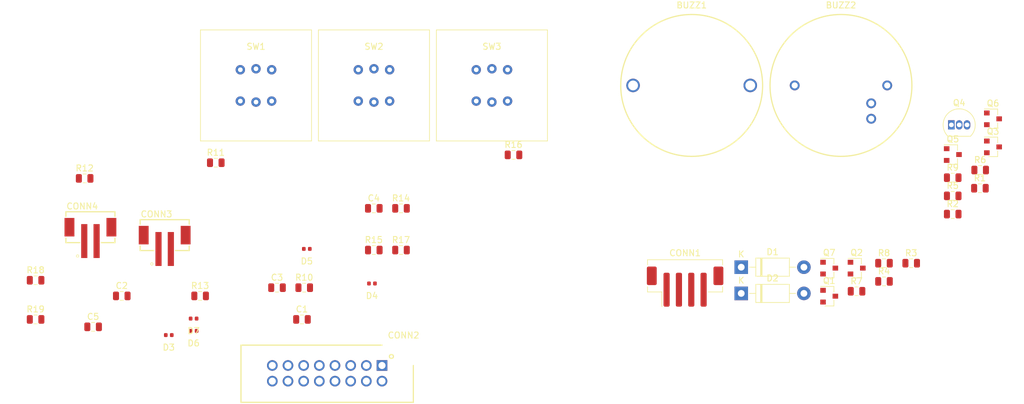
<source format=kicad_pcb>
(kicad_pcb (version 20171130) (host pcbnew "(5.1.6-0-10_14)")

  (general
    (thickness 1.6)
    (drawings 0)
    (tracks 0)
    (zones 0)
    (modules 47)
    (nets 39)
  )

  (page A4)
  (title_block
    (title "Pufferfish - Interface Board")
    (date 2020-05-17)
    (rev v0.1)
    (comment 4 "Author: Lauren Adachi")
  )

  (layers
    (0 F.Cu signal)
    (31 B.Cu signal)
    (32 B.Adhes user)
    (33 F.Adhes user)
    (34 B.Paste user)
    (35 F.Paste user)
    (36 B.SilkS user)
    (37 F.SilkS user)
    (38 B.Mask user)
    (39 F.Mask user)
    (40 Dwgs.User user)
    (41 Cmts.User user)
    (42 Eco1.User user)
    (43 Eco2.User user)
    (44 Edge.Cuts user)
    (45 Margin user)
    (46 B.CrtYd user)
    (47 F.CrtYd user)
    (48 B.Fab user)
    (49 F.Fab user)
  )

  (setup
    (last_trace_width 0.25)
    (trace_clearance 0.2)
    (zone_clearance 0.508)
    (zone_45_only no)
    (trace_min 0.2)
    (via_size 0.8)
    (via_drill 0.4)
    (via_min_size 0.4)
    (via_min_drill 0.3)
    (uvia_size 0.3)
    (uvia_drill 0.1)
    (uvias_allowed no)
    (uvia_min_size 0.2)
    (uvia_min_drill 0.1)
    (edge_width 0.05)
    (segment_width 0.2)
    (pcb_text_width 0.3)
    (pcb_text_size 1.5 1.5)
    (mod_edge_width 0.12)
    (mod_text_size 1 1)
    (mod_text_width 0.15)
    (pad_size 1.524 1.524)
    (pad_drill 0.762)
    (pad_to_mask_clearance 0.051)
    (solder_mask_min_width 0.25)
    (aux_axis_origin 0 0)
    (visible_elements 7FFFF7FF)
    (pcbplotparams
      (layerselection 0x010fc_ffffffff)
      (usegerberextensions false)
      (usegerberattributes false)
      (usegerberadvancedattributes false)
      (creategerberjobfile false)
      (excludeedgelayer true)
      (linewidth 0.100000)
      (plotframeref false)
      (viasonmask false)
      (mode 1)
      (useauxorigin false)
      (hpglpennumber 1)
      (hpglpenspeed 20)
      (hpglpendiameter 15.000000)
      (psnegative false)
      (psa4output false)
      (plotreference true)
      (plotvalue true)
      (plotinvisibletext false)
      (padsonsilk false)
      (subtractmaskfromsilk false)
      (outputformat 1)
      (mirror false)
      (drillshape 1)
      (scaleselection 1)
      (outputdirectory ""))
  )

  (net 0 "")
  (net 1 GND)
  (net 2 SET_ALARM_EN)
  (net 3 SET_NOT_PAUSE)
  (net 4 5V)
  (net 5 3.3V)
  (net 6 ALARM2_CNTRL)
  (net 7 LEDR_EN)
  (net 8 ALARM1_LOW)
  (net 9 ALARM1_MED)
  (net 10 LEDG_EN)
  (net 11 ALARM1_HIGH)
  (net 12 SET_PWR_SRC)
  (net 13 SET_PWR_ON_OFF)
  (net 14 "Net-(CONN3-Pad3)")
  (net 15 "Net-(Q4-Pad3)")
  (net 16 LEDB_EN)
  (net 17 "Net-(R2-Pad2)")
  (net 18 "Net-(R3-Pad2)")
  (net 19 "Net-(R7-Pad2)")
  (net 20 "Net-(R8-Pad2)")
  (net 21 "Net-(R16-Pad2)")
  (net 22 "Net-(BUZZ1-Pad2)")
  (net 23 SET_EXTRA1)
  (net 24 "Net-(CONN1-Pad4)")
  (net 25 "Net-(CONN1-Pad3)")
  (net 26 "Net-(CONN1-Pad2)")
  (net 27 "Net-(CONN3-Pad2)")
  (net 28 "Net-(CONN4-Pad2)")
  (net 29 "Net-(CONN4-Pad3)")
  (net 30 "Net-(BUZZ1-Pad1)")
  (net 31 "Net-(R9-Pad2)")
  (net 32 "Net-(R10-Pad2)")
  (net 33 "Net-(CONN1-Pad5)")
  (net 34 "Net-(BUZZ2-Pad4)")
  (net 35 "Net-(BUZZ2-Pad3)")
  (net 36 "Net-(BUZZ2-Pad2)")
  (net 37 "Net-(R1-Pad2)")
  (net 38 "Net-(R14-Pad2)")

  (net_class Default "This is the default net class."
    (clearance 0.2)
    (trace_width 0.25)
    (via_dia 0.8)
    (via_drill 0.4)
    (uvia_dia 0.3)
    (uvia_drill 0.1)
    (add_net 3.3V)
    (add_net 5V)
    (add_net ALARM1_HIGH)
    (add_net ALARM1_LOW)
    (add_net ALARM1_MED)
    (add_net ALARM2_CNTRL)
    (add_net GND)
    (add_net LEDB_EN)
    (add_net LEDG_EN)
    (add_net LEDR_EN)
    (add_net "Net-(BUZZ1-Pad1)")
    (add_net "Net-(BUZZ1-Pad2)")
    (add_net "Net-(BUZZ2-Pad2)")
    (add_net "Net-(BUZZ2-Pad3)")
    (add_net "Net-(BUZZ2-Pad4)")
    (add_net "Net-(CONN1-Pad2)")
    (add_net "Net-(CONN1-Pad3)")
    (add_net "Net-(CONN1-Pad4)")
    (add_net "Net-(CONN1-Pad5)")
    (add_net "Net-(CONN3-Pad2)")
    (add_net "Net-(CONN3-Pad3)")
    (add_net "Net-(CONN4-Pad2)")
    (add_net "Net-(CONN4-Pad3)")
    (add_net "Net-(Q4-Pad3)")
    (add_net "Net-(R1-Pad2)")
    (add_net "Net-(R10-Pad2)")
    (add_net "Net-(R14-Pad2)")
    (add_net "Net-(R16-Pad2)")
    (add_net "Net-(R2-Pad2)")
    (add_net "Net-(R3-Pad2)")
    (add_net "Net-(R7-Pad2)")
    (add_net "Net-(R8-Pad2)")
    (add_net "Net-(R9-Pad2)")
    (add_net SET_ALARM_EN)
    (add_net SET_EXTRA1)
    (add_net SET_NOT_PAUSE)
    (add_net SET_PWR_ON_OFF)
    (add_net SET_PWR_SRC)
  )

  (module Pufferfish:Buzzer_PS1927P02 (layer F.Cu) (tedit 5EF4FA98) (tstamp 5EF5F04E)
    (at 183.821601 29.381601)
    (descr "Non-regulatory system buzzer, through-hole, 90 dB")
    (path /5EE41C08/5EE45835)
    (fp_text reference BUZZ1 (at 0 -13) (layer F.SilkS)
      (effects (font (size 1 1) (thickness 0.15)))
    )
    (fp_text value BUZZER (at 0 13) (layer F.Fab)
      (effects (font (size 1 1) (thickness 0.15)))
    )
    (fp_circle (center 0 0) (end 11.5 0) (layer F.SilkS) (width 0.2032))
    (pad 1 thru_hole circle (at -9.5 0) (size 2.2 2.2) (drill 1.6) (layers *.Cu *.Mask B.Paste)
      (net 30 "Net-(BUZZ1-Pad1)"))
    (pad 2 thru_hole circle (at 9.5 0) (size 2.2 2.2) (drill 1.6) (layers *.Cu *.Mask)
      (net 22 "Net-(BUZZ1-Pad2)"))
  )

  (module Pufferfish:Buzzer-MSS5MMG (layer F.Cu) (tedit 5EF4FAA1) (tstamp 5EF5F057)
    (at 208.021601 29.381601)
    (descr "Medical regulatory buzzer")
    (path /5EE41C08/5EFEDE5A)
    (fp_text reference BUZZ2 (at 0 -13) (layer F.SilkS)
      (effects (font (size 1 1) (thickness 0.15)))
    )
    (fp_text value BUZZER-MALLORY (at 0 13) (layer F.Fab)
      (effects (font (size 1 1) (thickness 0.15)))
    )
    (fp_circle (center 0 0) (end 11.5 0) (layer F.SilkS) (width 0.2032))
    (pad 4 thru_hole circle (at 7.5 0) (size 1.6 1.6) (drill 1) (layers *.Cu *.Mask)
      (net 34 "Net-(BUZZ2-Pad4)"))
    (pad 1 thru_hole circle (at -7.5 0) (size 1.6 1.6) (drill 1) (layers *.Cu *.Mask)
      (net 4 5V))
    (pad 3 thru_hole circle (at 4.9 2.9) (size 1.6 1.6) (drill 1) (layers *.Cu *.Mask)
      (net 35 "Net-(BUZZ2-Pad3)"))
    (pad 2 thru_hole circle (at 4.9 5.4) (size 1.6 1.6) (drill 1) (layers *.Cu *.Mask)
      (net 36 "Net-(BUZZ2-Pad2)"))
  )

  (module Pufferfish:CAP_SMD_0805 (layer F.Cu) (tedit 5EBD678C) (tstamp 5EF5F068)
    (at 120.65 67.31)
    (descr "Capacitor SMD 0805 (2012 Metric), square (rectangular) end terminal, IPC_7351 nominal, (Body size source: https://docs.google.com/spreadsheets/d/1BsfQQcO9C6DZCsRaXUlFlo91Tg2WpOkGARC1WS5S8t0/edit?usp=sharing), generated with kicad-footprint-generator")
    (tags capacitor)
    (path /5EE92D7E/5EEA32A9)
    (attr smd)
    (fp_text reference C1 (at 0 -1.65) (layer F.SilkS)
      (effects (font (size 1 1) (thickness 0.15)))
    )
    (fp_text value 0.1uF (at 0 1.65) (layer F.Fab)
      (effects (font (size 1 1) (thickness 0.15)))
    )
    (fp_line (start 1.68 0.95) (end -1.68 0.95) (layer F.CrtYd) (width 0.05))
    (fp_line (start 1.68 -0.95) (end 1.68 0.95) (layer F.CrtYd) (width 0.05))
    (fp_line (start -1.68 -0.95) (end 1.68 -0.95) (layer F.CrtYd) (width 0.05))
    (fp_line (start -1.68 0.95) (end -1.68 -0.95) (layer F.CrtYd) (width 0.05))
    (fp_line (start -0.258578 0.71) (end 0.258578 0.71) (layer F.SilkS) (width 0.12))
    (fp_line (start -0.258578 -0.71) (end 0.258578 -0.71) (layer F.SilkS) (width 0.12))
    (fp_line (start 1 0.6) (end -1 0.6) (layer F.Fab) (width 0.1))
    (fp_line (start 1 -0.6) (end 1 0.6) (layer F.Fab) (width 0.1))
    (fp_line (start -1 -0.6) (end 1 -0.6) (layer F.Fab) (width 0.1))
    (fp_line (start -1 0.6) (end -1 -0.6) (layer F.Fab) (width 0.1))
    (fp_text user %R (at 0 0) (layer F.Fab)
      (effects (font (size 0.5 0.5) (thickness 0.08)))
    )
    (pad 1 smd roundrect (at -0.9375 0) (size 0.975 1.4) (layers F.Cu F.Paste F.Mask) (roundrect_rratio 0.25)
      (net 2 SET_ALARM_EN))
    (pad 2 smd roundrect (at 0.9375 0) (size 0.975 1.4) (layers F.Cu F.Paste F.Mask) (roundrect_rratio 0.25)
      (net 1 GND))
    (model ${KISYS3DMOD}/Capacitor_SMD.3dshapes/C_0805_2012Metric.wrl
      (at (xyz 0 0 0))
      (scale (xyz 1 1 1))
      (rotate (xyz 0 0 0))
    )
  )

  (module Pufferfish:CAP_SMD_0805 (layer F.Cu) (tedit 5EBD678C) (tstamp 5EF5F079)
    (at 91.44 63.5)
    (descr "Capacitor SMD 0805 (2012 Metric), square (rectangular) end terminal, IPC_7351 nominal, (Body size source: https://docs.google.com/spreadsheets/d/1BsfQQcO9C6DZCsRaXUlFlo91Tg2WpOkGARC1WS5S8t0/edit?usp=sharing), generated with kicad-footprint-generator")
    (tags capacitor)
    (path /5EE92D7E/5EF4CF7E)
    (attr smd)
    (fp_text reference C2 (at 0 -1.65) (layer F.SilkS)
      (effects (font (size 1 1) (thickness 0.15)))
    )
    (fp_text value 0.1uF (at 0 1.65) (layer F.Fab)
      (effects (font (size 1 1) (thickness 0.15)))
    )
    (fp_text user %R (at 0 0) (layer F.Fab)
      (effects (font (size 0.5 0.5) (thickness 0.08)))
    )
    (fp_line (start -1 0.6) (end -1 -0.6) (layer F.Fab) (width 0.1))
    (fp_line (start -1 -0.6) (end 1 -0.6) (layer F.Fab) (width 0.1))
    (fp_line (start 1 -0.6) (end 1 0.6) (layer F.Fab) (width 0.1))
    (fp_line (start 1 0.6) (end -1 0.6) (layer F.Fab) (width 0.1))
    (fp_line (start -0.258578 -0.71) (end 0.258578 -0.71) (layer F.SilkS) (width 0.12))
    (fp_line (start -0.258578 0.71) (end 0.258578 0.71) (layer F.SilkS) (width 0.12))
    (fp_line (start -1.68 0.95) (end -1.68 -0.95) (layer F.CrtYd) (width 0.05))
    (fp_line (start -1.68 -0.95) (end 1.68 -0.95) (layer F.CrtYd) (width 0.05))
    (fp_line (start 1.68 -0.95) (end 1.68 0.95) (layer F.CrtYd) (width 0.05))
    (fp_line (start 1.68 0.95) (end -1.68 0.95) (layer F.CrtYd) (width 0.05))
    (pad 2 smd roundrect (at 0.9375 0) (size 0.975 1.4) (layers F.Cu F.Paste F.Mask) (roundrect_rratio 0.25)
      (net 1 GND))
    (pad 1 smd roundrect (at -0.9375 0) (size 0.975 1.4) (layers F.Cu F.Paste F.Mask) (roundrect_rratio 0.25)
      (net 13 SET_PWR_ON_OFF))
    (model ${KISYS3DMOD}/Capacitor_SMD.3dshapes/C_0805_2012Metric.wrl
      (at (xyz 0 0 0))
      (scale (xyz 1 1 1))
      (rotate (xyz 0 0 0))
    )
  )

  (module Pufferfish:CAP_SMD_0805 (layer F.Cu) (tedit 5EBD678C) (tstamp 5EF5F08A)
    (at 116.605001 62.165001)
    (descr "Capacitor SMD 0805 (2012 Metric), square (rectangular) end terminal, IPC_7351 nominal, (Body size source: https://docs.google.com/spreadsheets/d/1BsfQQcO9C6DZCsRaXUlFlo91Tg2WpOkGARC1WS5S8t0/edit?usp=sharing), generated with kicad-footprint-generator")
    (tags capacitor)
    (path /5EE92D7E/5EEA3276)
    (attr smd)
    (fp_text reference C3 (at 0 -1.65) (layer F.SilkS)
      (effects (font (size 1 1) (thickness 0.15)))
    )
    (fp_text value 0.1uF (at 0 1.65) (layer F.Fab)
      (effects (font (size 1 1) (thickness 0.15)))
    )
    (fp_line (start 1.68 0.95) (end -1.68 0.95) (layer F.CrtYd) (width 0.05))
    (fp_line (start 1.68 -0.95) (end 1.68 0.95) (layer F.CrtYd) (width 0.05))
    (fp_line (start -1.68 -0.95) (end 1.68 -0.95) (layer F.CrtYd) (width 0.05))
    (fp_line (start -1.68 0.95) (end -1.68 -0.95) (layer F.CrtYd) (width 0.05))
    (fp_line (start -0.258578 0.71) (end 0.258578 0.71) (layer F.SilkS) (width 0.12))
    (fp_line (start -0.258578 -0.71) (end 0.258578 -0.71) (layer F.SilkS) (width 0.12))
    (fp_line (start 1 0.6) (end -1 0.6) (layer F.Fab) (width 0.1))
    (fp_line (start 1 -0.6) (end 1 0.6) (layer F.Fab) (width 0.1))
    (fp_line (start -1 -0.6) (end 1 -0.6) (layer F.Fab) (width 0.1))
    (fp_line (start -1 0.6) (end -1 -0.6) (layer F.Fab) (width 0.1))
    (fp_text user %R (at 0 0) (layer F.Fab)
      (effects (font (size 0.5 0.5) (thickness 0.08)))
    )
    (pad 1 smd roundrect (at -0.9375 0) (size 0.975 1.4) (layers F.Cu F.Paste F.Mask) (roundrect_rratio 0.25)
      (net 3 SET_NOT_PAUSE))
    (pad 2 smd roundrect (at 0.9375 0) (size 0.975 1.4) (layers F.Cu F.Paste F.Mask) (roundrect_rratio 0.25)
      (net 1 GND))
    (model ${KISYS3DMOD}/Capacitor_SMD.3dshapes/C_0805_2012Metric.wrl
      (at (xyz 0 0 0))
      (scale (xyz 1 1 1))
      (rotate (xyz 0 0 0))
    )
  )

  (module Pufferfish:CAP_SMD_0805 (layer F.Cu) (tedit 5EBD678C) (tstamp 5EF5F09B)
    (at 132.295001 49.305001)
    (descr "Capacitor SMD 0805 (2012 Metric), square (rectangular) end terminal, IPC_7351 nominal, (Body size source: https://docs.google.com/spreadsheets/d/1BsfQQcO9C6DZCsRaXUlFlo91Tg2WpOkGARC1WS5S8t0/edit?usp=sharing), generated with kicad-footprint-generator")
    (tags capacitor)
    (path /5EE92D7E/5EFECCBF)
    (attr smd)
    (fp_text reference C4 (at 0 -1.65) (layer F.SilkS)
      (effects (font (size 1 1) (thickness 0.15)))
    )
    (fp_text value 0.1uF (at 0 1.65) (layer F.Fab)
      (effects (font (size 1 1) (thickness 0.15)))
    )
    (fp_text user %R (at 0 0) (layer F.Fab)
      (effects (font (size 0.5 0.5) (thickness 0.08)))
    )
    (fp_line (start -1 0.6) (end -1 -0.6) (layer F.Fab) (width 0.1))
    (fp_line (start -1 -0.6) (end 1 -0.6) (layer F.Fab) (width 0.1))
    (fp_line (start 1 -0.6) (end 1 0.6) (layer F.Fab) (width 0.1))
    (fp_line (start 1 0.6) (end -1 0.6) (layer F.Fab) (width 0.1))
    (fp_line (start -0.258578 -0.71) (end 0.258578 -0.71) (layer F.SilkS) (width 0.12))
    (fp_line (start -0.258578 0.71) (end 0.258578 0.71) (layer F.SilkS) (width 0.12))
    (fp_line (start -1.68 0.95) (end -1.68 -0.95) (layer F.CrtYd) (width 0.05))
    (fp_line (start -1.68 -0.95) (end 1.68 -0.95) (layer F.CrtYd) (width 0.05))
    (fp_line (start 1.68 -0.95) (end 1.68 0.95) (layer F.CrtYd) (width 0.05))
    (fp_line (start 1.68 0.95) (end -1.68 0.95) (layer F.CrtYd) (width 0.05))
    (pad 2 smd roundrect (at 0.9375 0) (size 0.975 1.4) (layers F.Cu F.Paste F.Mask) (roundrect_rratio 0.25)
      (net 1 GND))
    (pad 1 smd roundrect (at -0.9375 0) (size 0.975 1.4) (layers F.Cu F.Paste F.Mask) (roundrect_rratio 0.25)
      (net 23 SET_EXTRA1))
    (model ${KISYS3DMOD}/Capacitor_SMD.3dshapes/C_0805_2012Metric.wrl
      (at (xyz 0 0 0))
      (scale (xyz 1 1 1))
      (rotate (xyz 0 0 0))
    )
  )

  (module Pufferfish:CAP_SMD_0805 (layer F.Cu) (tedit 5EBD678C) (tstamp 5EF5F0AC)
    (at 86.795001 68.515001)
    (descr "Capacitor SMD 0805 (2012 Metric), square (rectangular) end terminal, IPC_7351 nominal, (Body size source: https://docs.google.com/spreadsheets/d/1BsfQQcO9C6DZCsRaXUlFlo91Tg2WpOkGARC1WS5S8t0/edit?usp=sharing), generated with kicad-footprint-generator")
    (tags capacitor)
    (path /5EE92D7E/5EF7CA90)
    (attr smd)
    (fp_text reference C5 (at 0 -1.65) (layer F.SilkS)
      (effects (font (size 1 1) (thickness 0.15)))
    )
    (fp_text value 0.1uF (at 0 1.65) (layer F.Fab)
      (effects (font (size 1 1) (thickness 0.15)))
    )
    (fp_line (start 1.68 0.95) (end -1.68 0.95) (layer F.CrtYd) (width 0.05))
    (fp_line (start 1.68 -0.95) (end 1.68 0.95) (layer F.CrtYd) (width 0.05))
    (fp_line (start -1.68 -0.95) (end 1.68 -0.95) (layer F.CrtYd) (width 0.05))
    (fp_line (start -1.68 0.95) (end -1.68 -0.95) (layer F.CrtYd) (width 0.05))
    (fp_line (start -0.258578 0.71) (end 0.258578 0.71) (layer F.SilkS) (width 0.12))
    (fp_line (start -0.258578 -0.71) (end 0.258578 -0.71) (layer F.SilkS) (width 0.12))
    (fp_line (start 1 0.6) (end -1 0.6) (layer F.Fab) (width 0.1))
    (fp_line (start 1 -0.6) (end 1 0.6) (layer F.Fab) (width 0.1))
    (fp_line (start -1 -0.6) (end 1 -0.6) (layer F.Fab) (width 0.1))
    (fp_line (start -1 0.6) (end -1 -0.6) (layer F.Fab) (width 0.1))
    (fp_text user %R (at 0 0) (layer F.Fab)
      (effects (font (size 0.5 0.5) (thickness 0.08)))
    )
    (pad 1 smd roundrect (at -0.9375 0) (size 0.975 1.4) (layers F.Cu F.Paste F.Mask) (roundrect_rratio 0.25)
      (net 12 SET_PWR_SRC))
    (pad 2 smd roundrect (at 0.9375 0) (size 0.975 1.4) (layers F.Cu F.Paste F.Mask) (roundrect_rratio 0.25)
      (net 1 GND))
    (model ${KISYS3DMOD}/Capacitor_SMD.3dshapes/C_0805_2012Metric.wrl
      (at (xyz 0 0 0))
      (scale (xyz 1 1 1))
      (rotate (xyz 0 0 0))
    )
  )

  (module Connector_JST:JST_PH_B4B-PH-SM4-TB_1x04-1MP_P2.00mm_Vertical (layer F.Cu) (tedit 5EF4FF56) (tstamp 5EF5F0D9)
    (at 182.755001 61.995001)
    (descr "JST PH series connector, B4B-PH-SM4-TB (http://www.jst-mfg.com/product/pdf/eng/ePH.pdf), generated with kicad-footprint-generator")
    (tags "connector JST PH side entry")
    (path /5EE41C08/5EF404B2)
    (attr smd)
    (fp_text reference CONN1 (at 0 -5.45) (layer F.SilkS)
      (effects (font (size 1 1) (thickness 0.15)))
    )
    (fp_text value "B4B-PH-SM4-TB(LF)(SN)" (at 0 4.45) (layer F.Fab)
      (effects (font (size 1 1) (thickness 0.15)))
    )
    (fp_line (start -3 0.042893) (end -2.5 0.75) (layer F.Fab) (width 0.1))
    (fp_line (start -3.5 0.75) (end -3 0.042893) (layer F.Fab) (width 0.1))
    (fp_line (start 6.7 -4.75) (end -6.7 -4.75) (layer F.CrtYd) (width 0.05))
    (fp_line (start 6.7 3.75) (end 6.7 -4.75) (layer F.CrtYd) (width 0.05))
    (fp_line (start -6.7 3.75) (end 6.7 3.75) (layer F.CrtYd) (width 0.05))
    (fp_line (start -6.7 -4.75) (end -6.7 3.75) (layer F.CrtYd) (width 0.05))
    (fp_line (start 3.25 -2.75) (end 2.75 -2.75) (layer F.Fab) (width 0.1))
    (fp_line (start 3.25 -2.25) (end 3.25 -2.75) (layer F.Fab) (width 0.1))
    (fp_line (start 2.75 -2.25) (end 3.25 -2.25) (layer F.Fab) (width 0.1))
    (fp_line (start 2.75 -2.75) (end 2.75 -2.25) (layer F.Fab) (width 0.1))
    (fp_line (start 1.25 -2.75) (end 0.75 -2.75) (layer F.Fab) (width 0.1))
    (fp_line (start 1.25 -2.25) (end 1.25 -2.75) (layer F.Fab) (width 0.1))
    (fp_line (start 0.75 -2.25) (end 1.25 -2.25) (layer F.Fab) (width 0.1))
    (fp_line (start 0.75 -2.75) (end 0.75 -2.25) (layer F.Fab) (width 0.1))
    (fp_line (start -0.75 -2.75) (end -1.25 -2.75) (layer F.Fab) (width 0.1))
    (fp_line (start -0.75 -2.25) (end -0.75 -2.75) (layer F.Fab) (width 0.1))
    (fp_line (start -1.25 -2.25) (end -0.75 -2.25) (layer F.Fab) (width 0.1))
    (fp_line (start -1.25 -2.75) (end -1.25 -2.25) (layer F.Fab) (width 0.1))
    (fp_line (start -2.75 -2.75) (end -3.25 -2.75) (layer F.Fab) (width 0.1))
    (fp_line (start -2.75 -2.25) (end -2.75 -2.75) (layer F.Fab) (width 0.1))
    (fp_line (start -3.25 -2.25) (end -2.75 -2.25) (layer F.Fab) (width 0.1))
    (fp_line (start -3.25 -2.75) (end -3.25 -2.25) (layer F.Fab) (width 0.1))
    (fp_line (start 5.975 0.75) (end 5.975 -4.25) (layer F.Fab) (width 0.1))
    (fp_line (start -5.975 0.75) (end -5.975 -4.25) (layer F.Fab) (width 0.1))
    (fp_line (start -5.975 -4.25) (end 5.975 -4.25) (layer F.Fab) (width 0.1))
    (fp_line (start 6.085 -4.36) (end 6.085 -3.51) (layer F.SilkS) (width 0.12))
    (fp_line (start -6.085 -4.36) (end 6.085 -4.36) (layer F.SilkS) (width 0.12))
    (fp_line (start -6.085 -3.51) (end -6.085 -4.36) (layer F.SilkS) (width 0.12))
    (fp_line (start 6.085 0.86) (end 3.76 0.86) (layer F.SilkS) (width 0.12))
    (fp_line (start 6.085 0.01) (end 6.085 0.86) (layer F.SilkS) (width 0.12))
    (fp_line (start -3.76 0.86) (end -3.76 3.25) (layer F.SilkS) (width 0.12))
    (fp_line (start -6.085 0.86) (end -3.76 0.86) (layer F.SilkS) (width 0.12))
    (fp_line (start -6.085 0.01) (end -6.085 0.86) (layer F.SilkS) (width 0.12))
    (fp_line (start -5.975 0.75) (end 5.975 0.75) (layer F.Fab) (width 0.1))
    (fp_text user %R (at 0 -1) (layer F.Fab)
      (effects (font (size 1 1) (thickness 0.15)))
    )
    (pad 1 smd roundrect (at -3 0.5) (size 1 5.5) (layers F.Cu F.Paste F.Mask) (roundrect_rratio 0.25)
      (net 4 5V))
    (pad 2 smd roundrect (at -1 0.5) (size 1 5.5) (layers F.Cu F.Paste F.Mask) (roundrect_rratio 0.25)
      (net 26 "Net-(CONN1-Pad2)"))
    (pad 3 smd roundrect (at 1 0.5) (size 1 5.5) (layers F.Cu F.Paste F.Mask) (roundrect_rratio 0.25)
      (net 25 "Net-(CONN1-Pad3)"))
    (pad 4 smd roundrect (at 3 0.5) (size 1 5.5) (layers F.Cu F.Paste F.Mask) (roundrect_rratio 0.25)
      (net 24 "Net-(CONN1-Pad4)"))
    (pad 6 smd roundrect (at -5.4 -1.75) (size 1.6 3) (layers F.Cu F.Paste F.Mask) (roundrect_rratio 0.156)
      (net 33 "Net-(CONN1-Pad5)"))
    (pad 5 smd roundrect (at 5.4 -1.75) (size 1.6 3) (layers F.Cu F.Paste F.Mask) (roundrect_rratio 0.156)
      (net 33 "Net-(CONN1-Pad5)"))
    (model ${KISYS3DMOD}/Connector_JST.3dshapes/JST_PH_B4B-PH-SM4-TB_1x04-1MP_P2.00mm_Vertical.wrl
      (at (xyz 0 0 0))
      (scale (xyz 1 1 1))
      (rotate (xyz 0 0 0))
    )
  )

  (module Pufferfish:SHDR16W66P254_2X8 (layer F.Cu) (tedit 5EED19BA) (tstamp 5EF5F0FB)
    (at 133.625001 74.777001)
    (descr 5103308-3)
    (tags Connector)
    (path /5EE54DB7/5EED929E)
    (fp_text reference CONN2 (at 3.4925 -4.8895) (layer F.SilkS)
      (effects (font (size 1 1) (thickness 0.15)))
    )
    (fp_text value 5103308-3 (at 0 0) (layer F.SilkS) hide
      (effects (font (size 1 1) (thickness 0.15)))
    )
    (fp_circle (center 1.524 -1.4605) (end 1.8415 -1.397) (layer F.SilkS) (width 0.2))
    (fp_line (start 5.08 5.969) (end 5.08 0) (layer F.SilkS) (width 0.2))
    (fp_line (start -22.86 5.969) (end 5.08 5.969) (layer F.SilkS) (width 0.2))
    (fp_line (start -22.86 -3.302) (end -22.86 5.969) (layer F.SilkS) (width 0.2))
    (fp_line (start 0 -3.302) (end -22.86 -3.302) (layer F.SilkS) (width 0.2))
    (fp_line (start 5.08 5.969) (end 5.08 -3.302) (layer F.Fab) (width 0.1))
    (fp_line (start -22.86 5.969) (end 5.08 5.969) (layer F.Fab) (width 0.1))
    (fp_line (start -22.86 -3.302) (end -22.86 5.969) (layer F.Fab) (width 0.1))
    (fp_line (start 5.08 -3.302) (end -22.86 -3.302) (layer F.Fab) (width 0.1))
    (fp_line (start 5.33 6.219) (end 5.33 -3.552) (layer F.CrtYd) (width 0.05))
    (fp_line (start -23.11 6.219) (end 5.33 6.219) (layer F.CrtYd) (width 0.05))
    (fp_line (start -23.11 -3.552) (end -23.11 6.219) (layer F.CrtYd) (width 0.05))
    (fp_line (start 5.33 -3.552) (end -23.11 -3.552) (layer F.CrtYd) (width 0.05))
    (fp_text user %R (at 0 0) (layer F.Fab)
      (effects (font (size 1.27 1.27) (thickness 0.254)))
    )
    (pad 1 thru_hole rect (at 0 0) (size 1.725 1.725) (drill 1.15) (layers *.Cu *.Mask)
      (net 4 5V))
    (pad 2 thru_hole circle (at 0 2.54) (size 1.725 1.725) (drill 1.15) (layers *.Cu *.Mask)
      (net 4 5V))
    (pad 3 thru_hole circle (at -2.54 0) (size 1.725 1.725) (drill 1.15) (layers *.Cu *.Mask)
      (net 1 GND))
    (pad 4 thru_hole circle (at -2.54 2.54) (size 1.725 1.725) (drill 1.15) (layers *.Cu *.Mask)
      (net 5 3.3V))
    (pad 5 thru_hole circle (at -5.08 0) (size 1.725 1.725) (drill 1.15) (layers *.Cu *.Mask)
      (net 6 ALARM2_CNTRL))
    (pad 6 thru_hole circle (at -5.08 2.54) (size 1.725 1.725) (drill 1.15) (layers *.Cu *.Mask)
      (net 23 SET_EXTRA1))
    (pad 7 thru_hole circle (at -7.62 0) (size 1.725 1.725) (drill 1.15) (layers *.Cu *.Mask)
      (net 7 LEDR_EN))
    (pad 8 thru_hole circle (at -7.62 2.54) (size 1.725 1.725) (drill 1.15) (layers *.Cu *.Mask)
      (net 8 ALARM1_LOW))
    (pad 9 thru_hole circle (at -10.16 0) (size 1.725 1.725) (drill 1.15) (layers *.Cu *.Mask)
      (net 16 LEDB_EN))
    (pad 10 thru_hole circle (at -10.16 2.54) (size 1.725 1.725) (drill 1.15) (layers *.Cu *.Mask)
      (net 9 ALARM1_MED))
    (pad 11 thru_hole circle (at -12.7 0) (size 1.725 1.725) (drill 1.15) (layers *.Cu *.Mask)
      (net 10 LEDG_EN))
    (pad 12 thru_hole circle (at -12.7 2.54) (size 1.725 1.725) (drill 1.15) (layers *.Cu *.Mask)
      (net 11 ALARM1_HIGH))
    (pad 13 thru_hole circle (at -15.24 0) (size 1.725 1.725) (drill 1.15) (layers *.Cu *.Mask)
      (net 12 SET_PWR_SRC))
    (pad 14 thru_hole circle (at -15.24 2.54) (size 1.725 1.725) (drill 1.15) (layers *.Cu *.Mask)
      (net 2 SET_ALARM_EN))
    (pad 15 thru_hole circle (at -17.78 0) (size 1.725 1.725) (drill 1.15) (layers *.Cu *.Mask)
      (net 13 SET_PWR_ON_OFF))
    (pad 16 thru_hole circle (at -17.78 2.54) (size 1.725 1.725) (drill 1.15) (layers *.Cu *.Mask)
      (net 3 SET_NOT_PAUSE))
    (model 5103308-3.stp
      (at (xyz 0 0 0))
      (scale (xyz 1 1 1))
      (rotate (xyz 0 0 0))
    )
  )

  (module Pufferfish:JST_B2B-PH-SM4-TB (layer F.Cu) (tedit 5EEA5149) (tstamp 5EF5F113)
    (at 98.395001 55.895001)
    (path /5EE92D7E/5EF55E2E)
    (fp_text reference CONN3 (at -1.32672 -5.64229) (layer F.SilkS)
      (effects (font (size 1.001291 1.001291) (thickness 0.15)))
    )
    (fp_text value "B2B-PH-SM4-TB(LF)(SN)" (at 11.38377 3.86799) (layer F.Fab)
      (effects (font (size 1.000772 1.000772) (thickness 0.15)))
    )
    (fp_line (start 3.975 0.25) (end 3.975 -0.5) (layer F.SilkS) (width 0.2))
    (fp_line (start 1.75 0.25) (end 3.975 0.25) (layer F.SilkS) (width 0.2))
    (fp_line (start -3.975 0.25) (end -1.75 0.25) (layer F.SilkS) (width 0.2))
    (fp_line (start -3.975 -0.5) (end -3.975 0.25) (layer F.SilkS) (width 0.2))
    (fp_line (start -3.975 -4.75) (end -3.975 -4) (layer F.SilkS) (width 0.2))
    (fp_line (start 3.975 -4.75) (end 3.975 -4) (layer F.SilkS) (width 0.2))
    (fp_line (start -3.975 -4.75) (end 3.975 -4.75) (layer F.SilkS) (width 0.2))
    (fp_circle (center -2.083 2.424) (end -1.883 2.424) (layer F.SilkS) (width 0.1))
    (fp_line (start -4.5 -5) (end 4.5 -5) (layer F.CrtYd) (width 0.05))
    (fp_line (start -4.5 3) (end -4.5 -5) (layer F.CrtYd) (width 0.05))
    (fp_line (start 4.5 3) (end -4.5 3) (layer F.CrtYd) (width 0.05))
    (fp_line (start 4.5 -5) (end 4.5 3) (layer F.CrtYd) (width 0.05))
    (fp_line (start -3.975 0.25) (end -3.975 -4.75) (layer F.Fab) (width 0.2))
    (fp_line (start 3.975 0.25) (end -3.975 0.25) (layer F.Fab) (width 0.2))
    (fp_line (start 3.975 -4.75) (end 3.975 0.25) (layer F.Fab) (width 0.2))
    (fp_line (start -3.975 -4.75) (end 3.975 -4.75) (layer F.Fab) (width 0.2))
    (pad 1 smd rect (at -1 0) (size 1 5.5) (layers F.Cu F.Paste F.Mask)
      (net 1 GND))
    (pad 2 smd rect (at 1 0) (size 1 5.5) (layers F.Cu F.Paste F.Mask)
      (net 27 "Net-(CONN3-Pad2)"))
    (pad 3 smd rect (at -3.4 -2.25) (size 1.6 3) (layers F.Cu F.Paste F.Mask)
      (net 14 "Net-(CONN3-Pad3)"))
    (pad 4 smd rect (at 3.4 -2.25) (size 1.6 3) (layers F.Cu F.Paste F.Mask)
      (net 14 "Net-(CONN3-Pad3)"))
  )

  (module Pufferfish:JST_B2B-PH-SM4-TB (layer F.Cu) (tedit 5EEA5149) (tstamp 5EF5F12B)
    (at 86.36 54.61)
    (path /5EE92D7E/5EF7CAC8)
    (fp_text reference CONN4 (at -1.32672 -5.64229) (layer F.SilkS)
      (effects (font (size 1.001291 1.001291) (thickness 0.15)))
    )
    (fp_text value "B2B-PH-SM4-TB(LF)(SN)" (at 11.38377 3.86799) (layer F.Fab)
      (effects (font (size 1.000772 1.000772) (thickness 0.15)))
    )
    (fp_line (start -3.975 -4.75) (end 3.975 -4.75) (layer F.Fab) (width 0.2))
    (fp_line (start 3.975 -4.75) (end 3.975 0.25) (layer F.Fab) (width 0.2))
    (fp_line (start 3.975 0.25) (end -3.975 0.25) (layer F.Fab) (width 0.2))
    (fp_line (start -3.975 0.25) (end -3.975 -4.75) (layer F.Fab) (width 0.2))
    (fp_line (start 4.5 -5) (end 4.5 3) (layer F.CrtYd) (width 0.05))
    (fp_line (start 4.5 3) (end -4.5 3) (layer F.CrtYd) (width 0.05))
    (fp_line (start -4.5 3) (end -4.5 -5) (layer F.CrtYd) (width 0.05))
    (fp_line (start -4.5 -5) (end 4.5 -5) (layer F.CrtYd) (width 0.05))
    (fp_circle (center -2.083 2.424) (end -1.883 2.424) (layer F.SilkS) (width 0.1))
    (fp_line (start -3.975 -4.75) (end 3.975 -4.75) (layer F.SilkS) (width 0.2))
    (fp_line (start 3.975 -4.75) (end 3.975 -4) (layer F.SilkS) (width 0.2))
    (fp_line (start -3.975 -4.75) (end -3.975 -4) (layer F.SilkS) (width 0.2))
    (fp_line (start -3.975 -0.5) (end -3.975 0.25) (layer F.SilkS) (width 0.2))
    (fp_line (start -3.975 0.25) (end -1.75 0.25) (layer F.SilkS) (width 0.2))
    (fp_line (start 1.75 0.25) (end 3.975 0.25) (layer F.SilkS) (width 0.2))
    (fp_line (start 3.975 0.25) (end 3.975 -0.5) (layer F.SilkS) (width 0.2))
    (pad 4 smd rect (at 3.4 -2.25) (size 1.6 3) (layers F.Cu F.Paste F.Mask)
      (net 29 "Net-(CONN4-Pad3)"))
    (pad 3 smd rect (at -3.4 -2.25) (size 1.6 3) (layers F.Cu F.Paste F.Mask)
      (net 29 "Net-(CONN4-Pad3)"))
    (pad 2 smd rect (at 1 0) (size 1 5.5) (layers F.Cu F.Paste F.Mask)
      (net 28 "Net-(CONN4-Pad2)"))
    (pad 1 smd rect (at -1 0) (size 1 5.5) (layers F.Cu F.Paste F.Mask)
      (net 1 GND))
  )

  (module Diode_THT:D_DO-41_SOD81_P10.16mm_Horizontal (layer F.Cu) (tedit 5AE50CD5) (tstamp 5EF5F14A)
    (at 191.855001 58.845001)
    (descr "Diode, DO-41_SOD81 series, Axial, Horizontal, pin pitch=10.16mm, , length*diameter=5.2*2.7mm^2, , http://www.diodes.com/_files/packages/DO-41%20(Plastic).pdf")
    (tags "Diode DO-41_SOD81 series Axial Horizontal pin pitch 10.16mm  length 5.2mm diameter 2.7mm")
    (path /5EE41C08/5EEF85A8)
    (fp_text reference D1 (at 5.08 -2.47) (layer F.SilkS)
      (effects (font (size 1 1) (thickness 0.15)))
    )
    (fp_text value 1N4001 (at 5.08 2.47) (layer F.Fab)
      (effects (font (size 1 1) (thickness 0.15)))
    )
    (fp_line (start 11.51 -1.6) (end -1.35 -1.6) (layer F.CrtYd) (width 0.05))
    (fp_line (start 11.51 1.6) (end 11.51 -1.6) (layer F.CrtYd) (width 0.05))
    (fp_line (start -1.35 1.6) (end 11.51 1.6) (layer F.CrtYd) (width 0.05))
    (fp_line (start -1.35 -1.6) (end -1.35 1.6) (layer F.CrtYd) (width 0.05))
    (fp_line (start 3.14 -1.47) (end 3.14 1.47) (layer F.SilkS) (width 0.12))
    (fp_line (start 3.38 -1.47) (end 3.38 1.47) (layer F.SilkS) (width 0.12))
    (fp_line (start 3.26 -1.47) (end 3.26 1.47) (layer F.SilkS) (width 0.12))
    (fp_line (start 8.82 0) (end 7.8 0) (layer F.SilkS) (width 0.12))
    (fp_line (start 1.34 0) (end 2.36 0) (layer F.SilkS) (width 0.12))
    (fp_line (start 7.8 -1.47) (end 2.36 -1.47) (layer F.SilkS) (width 0.12))
    (fp_line (start 7.8 1.47) (end 7.8 -1.47) (layer F.SilkS) (width 0.12))
    (fp_line (start 2.36 1.47) (end 7.8 1.47) (layer F.SilkS) (width 0.12))
    (fp_line (start 2.36 -1.47) (end 2.36 1.47) (layer F.SilkS) (width 0.12))
    (fp_line (start 3.16 -1.35) (end 3.16 1.35) (layer F.Fab) (width 0.1))
    (fp_line (start 3.36 -1.35) (end 3.36 1.35) (layer F.Fab) (width 0.1))
    (fp_line (start 3.26 -1.35) (end 3.26 1.35) (layer F.Fab) (width 0.1))
    (fp_line (start 10.16 0) (end 7.68 0) (layer F.Fab) (width 0.1))
    (fp_line (start 0 0) (end 2.48 0) (layer F.Fab) (width 0.1))
    (fp_line (start 7.68 -1.35) (end 2.48 -1.35) (layer F.Fab) (width 0.1))
    (fp_line (start 7.68 1.35) (end 7.68 -1.35) (layer F.Fab) (width 0.1))
    (fp_line (start 2.48 1.35) (end 7.68 1.35) (layer F.Fab) (width 0.1))
    (fp_line (start 2.48 -1.35) (end 2.48 1.35) (layer F.Fab) (width 0.1))
    (fp_text user %R (at 5.47 0) (layer F.Fab)
      (effects (font (size 1 1) (thickness 0.15)))
    )
    (fp_text user K (at 0 -2.1) (layer F.Fab)
      (effects (font (size 1 1) (thickness 0.15)))
    )
    (fp_text user K (at 0 -2.1) (layer F.SilkS)
      (effects (font (size 1 1) (thickness 0.15)))
    )
    (pad 1 thru_hole rect (at 0 0) (size 2.2 2.2) (drill 1.1) (layers *.Cu *.Mask)
      (net 36 "Net-(BUZZ2-Pad2)"))
    (pad 2 thru_hole oval (at 10.16 0) (size 2.2 2.2) (drill 1.1) (layers *.Cu *.Mask)
      (net 34 "Net-(BUZZ2-Pad4)"))
    (model ${KISYS3DMOD}/Diode_THT.3dshapes/D_DO-41_SOD81_P10.16mm_Horizontal.wrl
      (at (xyz 0 0 0))
      (scale (xyz 1 1 1))
      (rotate (xyz 0 0 0))
    )
  )

  (module Diode_THT:D_DO-41_SOD81_P10.16mm_Horizontal (layer F.Cu) (tedit 5AE50CD5) (tstamp 5EF5F169)
    (at 191.855001 63.095001)
    (descr "Diode, DO-41_SOD81 series, Axial, Horizontal, pin pitch=10.16mm, , length*diameter=5.2*2.7mm^2, , http://www.diodes.com/_files/packages/DO-41%20(Plastic).pdf")
    (tags "Diode DO-41_SOD81 series Axial Horizontal pin pitch 10.16mm  length 5.2mm diameter 2.7mm")
    (path /5EE41C08/5EEF6F14)
    (fp_text reference D2 (at 5.08 -2.47) (layer F.SilkS)
      (effects (font (size 1 1) (thickness 0.15)))
    )
    (fp_text value 1N4001 (at 5.08 2.47) (layer F.Fab)
      (effects (font (size 1 1) (thickness 0.15)))
    )
    (fp_text user K (at 0 -2.1) (layer F.SilkS)
      (effects (font (size 1 1) (thickness 0.15)))
    )
    (fp_text user K (at 0 -2.1) (layer F.Fab)
      (effects (font (size 1 1) (thickness 0.15)))
    )
    (fp_text user %R (at 5.47 0) (layer F.Fab)
      (effects (font (size 1 1) (thickness 0.15)))
    )
    (fp_line (start 2.48 -1.35) (end 2.48 1.35) (layer F.Fab) (width 0.1))
    (fp_line (start 2.48 1.35) (end 7.68 1.35) (layer F.Fab) (width 0.1))
    (fp_line (start 7.68 1.35) (end 7.68 -1.35) (layer F.Fab) (width 0.1))
    (fp_line (start 7.68 -1.35) (end 2.48 -1.35) (layer F.Fab) (width 0.1))
    (fp_line (start 0 0) (end 2.48 0) (layer F.Fab) (width 0.1))
    (fp_line (start 10.16 0) (end 7.68 0) (layer F.Fab) (width 0.1))
    (fp_line (start 3.26 -1.35) (end 3.26 1.35) (layer F.Fab) (width 0.1))
    (fp_line (start 3.36 -1.35) (end 3.36 1.35) (layer F.Fab) (width 0.1))
    (fp_line (start 3.16 -1.35) (end 3.16 1.35) (layer F.Fab) (width 0.1))
    (fp_line (start 2.36 -1.47) (end 2.36 1.47) (layer F.SilkS) (width 0.12))
    (fp_line (start 2.36 1.47) (end 7.8 1.47) (layer F.SilkS) (width 0.12))
    (fp_line (start 7.8 1.47) (end 7.8 -1.47) (layer F.SilkS) (width 0.12))
    (fp_line (start 7.8 -1.47) (end 2.36 -1.47) (layer F.SilkS) (width 0.12))
    (fp_line (start 1.34 0) (end 2.36 0) (layer F.SilkS) (width 0.12))
    (fp_line (start 8.82 0) (end 7.8 0) (layer F.SilkS) (width 0.12))
    (fp_line (start 3.26 -1.47) (end 3.26 1.47) (layer F.SilkS) (width 0.12))
    (fp_line (start 3.38 -1.47) (end 3.38 1.47) (layer F.SilkS) (width 0.12))
    (fp_line (start 3.14 -1.47) (end 3.14 1.47) (layer F.SilkS) (width 0.12))
    (fp_line (start -1.35 -1.6) (end -1.35 1.6) (layer F.CrtYd) (width 0.05))
    (fp_line (start -1.35 1.6) (end 11.51 1.6) (layer F.CrtYd) (width 0.05))
    (fp_line (start 11.51 1.6) (end 11.51 -1.6) (layer F.CrtYd) (width 0.05))
    (fp_line (start 11.51 -1.6) (end -1.35 -1.6) (layer F.CrtYd) (width 0.05))
    (pad 2 thru_hole oval (at 10.16 0) (size 2.2 2.2) (drill 1.1) (layers *.Cu *.Mask)
      (net 34 "Net-(BUZZ2-Pad4)"))
    (pad 1 thru_hole rect (at 0 0) (size 2.2 2.2) (drill 1.1) (layers *.Cu *.Mask)
      (net 35 "Net-(BUZZ2-Pad3)"))
    (model ${KISYS3DMOD}/Diode_THT.3dshapes/D_DO-41_SOD81_P10.16mm_Horizontal.wrl
      (at (xyz 0 0 0))
      (scale (xyz 1 1 1))
      (rotate (xyz 0 0 0))
    )
  )

  (module Pufferfish:D_0402_TPD1E1B04DPYR (layer F.Cu) (tedit 5EED39DB) (tstamp 5EF5F178)
    (at 99.06 69.85)
    (descr "Diode standard 0402, SMD")
    (path /5EE92D7E/5EEA3321)
    (attr smd)
    (fp_text reference D3 (at 0 2) (layer F.SilkS)
      (effects (font (size 1 1) (thickness 0.15)))
    )
    (fp_text value TPD1E1B04 (at 0 -2) (layer F.Fab)
      (effects (font (size 1 1) (thickness 0.15)))
    )
    (fp_line (start -0.93 0.47) (end 0.93 0.47) (layer F.CrtYd) (width 0.05))
    (fp_line (start -0.5 0.25) (end -0.5 -0.25) (layer F.Fab) (width 0.1))
    (fp_line (start -0.5 -0.25) (end 0.5 -0.25) (layer F.Fab) (width 0.1))
    (fp_line (start 0.5 -0.25) (end 0.5 0.25) (layer F.Fab) (width 0.1))
    (fp_line (start 0.5 0.25) (end -0.5 0.25) (layer F.Fab) (width 0.1))
    (fp_line (start -0.93 0.47) (end -0.93 -0.47) (layer F.CrtYd) (width 0.05))
    (fp_line (start -0.93 -0.47) (end 0.93 -0.47) (layer F.CrtYd) (width 0.05))
    (fp_line (start 0.93 -0.47) (end 0.93 0.47) (layer F.CrtYd) (width 0.05))
    (fp_text user %R (at 0 0) (layer F.Fab)
      (effects (font (size 0.25 0.25) (thickness 0.04)))
    )
    (pad 2 smd roundrect (at 0.485 0) (size 0.59 0.64) (layers F.Cu F.Paste F.Mask) (roundrect_rratio 0.25)
      (net 1 GND))
    (pad 1 smd roundrect (at -0.485 0) (size 0.59 0.64) (layers F.Cu F.Paste F.Mask) (roundrect_rratio 0.25)
      (net 2 SET_ALARM_EN))
  )

  (module Pufferfish:D_0402_TPD1E1B04DPYR (layer F.Cu) (tedit 5EED39DB) (tstamp 5EF5F187)
    (at 131.995001 61.485001)
    (descr "Diode standard 0402, SMD")
    (path /5EE92D7E/5EF4CFBF)
    (attr smd)
    (fp_text reference D4 (at 0 2) (layer F.SilkS)
      (effects (font (size 1 1) (thickness 0.15)))
    )
    (fp_text value TPD1E1B04 (at 0 -2) (layer F.Fab)
      (effects (font (size 1 1) (thickness 0.15)))
    )
    (fp_text user %R (at 0 0) (layer F.Fab)
      (effects (font (size 0.25 0.25) (thickness 0.04)))
    )
    (fp_line (start 0.93 -0.47) (end 0.93 0.47) (layer F.CrtYd) (width 0.05))
    (fp_line (start -0.93 -0.47) (end 0.93 -0.47) (layer F.CrtYd) (width 0.05))
    (fp_line (start -0.93 0.47) (end -0.93 -0.47) (layer F.CrtYd) (width 0.05))
    (fp_line (start 0.5 0.25) (end -0.5 0.25) (layer F.Fab) (width 0.1))
    (fp_line (start 0.5 -0.25) (end 0.5 0.25) (layer F.Fab) (width 0.1))
    (fp_line (start -0.5 -0.25) (end 0.5 -0.25) (layer F.Fab) (width 0.1))
    (fp_line (start -0.5 0.25) (end -0.5 -0.25) (layer F.Fab) (width 0.1))
    (fp_line (start -0.93 0.47) (end 0.93 0.47) (layer F.CrtYd) (width 0.05))
    (pad 1 smd roundrect (at -0.485 0) (size 0.59 0.64) (layers F.Cu F.Paste F.Mask) (roundrect_rratio 0.25)
      (net 13 SET_PWR_ON_OFF))
    (pad 2 smd roundrect (at 0.485 0) (size 0.59 0.64) (layers F.Cu F.Paste F.Mask) (roundrect_rratio 0.25)
      (net 1 GND))
  )

  (module Pufferfish:D_0402_TPD1E1B04DPYR (layer F.Cu) (tedit 5EED39DB) (tstamp 5EF5F196)
    (at 121.435 55.88)
    (descr "Diode standard 0402, SMD")
    (path /5EE92D7E/5EEA332C)
    (attr smd)
    (fp_text reference D5 (at 0 2) (layer F.SilkS)
      (effects (font (size 1 1) (thickness 0.15)))
    )
    (fp_text value TPD1E1B04 (at 0 -2) (layer F.Fab)
      (effects (font (size 1 1) (thickness 0.15)))
    )
    (fp_text user %R (at 0 0) (layer F.Fab)
      (effects (font (size 0.25 0.25) (thickness 0.04)))
    )
    (fp_line (start 0.93 -0.47) (end 0.93 0.47) (layer F.CrtYd) (width 0.05))
    (fp_line (start -0.93 -0.47) (end 0.93 -0.47) (layer F.CrtYd) (width 0.05))
    (fp_line (start -0.93 0.47) (end -0.93 -0.47) (layer F.CrtYd) (width 0.05))
    (fp_line (start 0.5 0.25) (end -0.5 0.25) (layer F.Fab) (width 0.1))
    (fp_line (start 0.5 -0.25) (end 0.5 0.25) (layer F.Fab) (width 0.1))
    (fp_line (start -0.5 -0.25) (end 0.5 -0.25) (layer F.Fab) (width 0.1))
    (fp_line (start -0.5 0.25) (end -0.5 -0.25) (layer F.Fab) (width 0.1))
    (fp_line (start -0.93 0.47) (end 0.93 0.47) (layer F.CrtYd) (width 0.05))
    (pad 1 smd roundrect (at -0.485 0) (size 0.59 0.64) (layers F.Cu F.Paste F.Mask) (roundrect_rratio 0.25)
      (net 3 SET_NOT_PAUSE))
    (pad 2 smd roundrect (at 0.485 0) (size 0.59 0.64) (layers F.Cu F.Paste F.Mask) (roundrect_rratio 0.25)
      (net 1 GND))
  )

  (module Pufferfish:D_0402_TPD1E1B04DPYR (layer F.Cu) (tedit 5EED39DB) (tstamp 5EF5F1A5)
    (at 103.085001 69.165001)
    (descr "Diode standard 0402, SMD")
    (path /5EE92D7E/5EFECD02)
    (attr smd)
    (fp_text reference D6 (at 0 2) (layer F.SilkS)
      (effects (font (size 1 1) (thickness 0.15)))
    )
    (fp_text value TPD1E1B04 (at 0 -2) (layer F.Fab)
      (effects (font (size 1 1) (thickness 0.15)))
    )
    (fp_line (start -0.93 0.47) (end 0.93 0.47) (layer F.CrtYd) (width 0.05))
    (fp_line (start -0.5 0.25) (end -0.5 -0.25) (layer F.Fab) (width 0.1))
    (fp_line (start -0.5 -0.25) (end 0.5 -0.25) (layer F.Fab) (width 0.1))
    (fp_line (start 0.5 -0.25) (end 0.5 0.25) (layer F.Fab) (width 0.1))
    (fp_line (start 0.5 0.25) (end -0.5 0.25) (layer F.Fab) (width 0.1))
    (fp_line (start -0.93 0.47) (end -0.93 -0.47) (layer F.CrtYd) (width 0.05))
    (fp_line (start -0.93 -0.47) (end 0.93 -0.47) (layer F.CrtYd) (width 0.05))
    (fp_line (start 0.93 -0.47) (end 0.93 0.47) (layer F.CrtYd) (width 0.05))
    (fp_text user %R (at 0 0) (layer F.Fab)
      (effects (font (size 0.25 0.25) (thickness 0.04)))
    )
    (pad 2 smd roundrect (at 0.485 0) (size 0.59 0.64) (layers F.Cu F.Paste F.Mask) (roundrect_rratio 0.25)
      (net 1 GND))
    (pad 1 smd roundrect (at -0.485 0) (size 0.59 0.64) (layers F.Cu F.Paste F.Mask) (roundrect_rratio 0.25)
      (net 23 SET_EXTRA1))
  )

  (module Pufferfish:D_0402_TPD1E1B04DPYR (layer F.Cu) (tedit 5EED39DB) (tstamp 5EF5F1B4)
    (at 103.085001 67.175001)
    (descr "Diode standard 0402, SMD")
    (path /5EE92D7E/5EF7CAD9)
    (attr smd)
    (fp_text reference D7 (at 0 2) (layer F.SilkS)
      (effects (font (size 1 1) (thickness 0.15)))
    )
    (fp_text value TPD1E1B04 (at 0 -2) (layer F.Fab)
      (effects (font (size 1 1) (thickness 0.15)))
    )
    (fp_line (start -0.93 0.47) (end 0.93 0.47) (layer F.CrtYd) (width 0.05))
    (fp_line (start -0.5 0.25) (end -0.5 -0.25) (layer F.Fab) (width 0.1))
    (fp_line (start -0.5 -0.25) (end 0.5 -0.25) (layer F.Fab) (width 0.1))
    (fp_line (start 0.5 -0.25) (end 0.5 0.25) (layer F.Fab) (width 0.1))
    (fp_line (start 0.5 0.25) (end -0.5 0.25) (layer F.Fab) (width 0.1))
    (fp_line (start -0.93 0.47) (end -0.93 -0.47) (layer F.CrtYd) (width 0.05))
    (fp_line (start -0.93 -0.47) (end 0.93 -0.47) (layer F.CrtYd) (width 0.05))
    (fp_line (start 0.93 -0.47) (end 0.93 0.47) (layer F.CrtYd) (width 0.05))
    (fp_text user %R (at 0 0) (layer F.Fab)
      (effects (font (size 0.25 0.25) (thickness 0.04)))
    )
    (pad 2 smd roundrect (at 0.485 0) (size 0.59 0.64) (layers F.Cu F.Paste F.Mask) (roundrect_rratio 0.25)
      (net 1 GND))
    (pad 1 smd roundrect (at -0.485 0) (size 0.59 0.64) (layers F.Cu F.Paste F.Mask) (roundrect_rratio 0.25)
      (net 12 SET_PWR_SRC))
  )

  (module Package_TO_SOT_SMD:SOT-23 (layer F.Cu) (tedit 5A02FF57) (tstamp 5EF5F1C9)
    (at 206.115001 63.545001)
    (descr "SOT-23, Standard")
    (tags SOT-23)
    (path /5EE41C08/5EEC3023)
    (attr smd)
    (fp_text reference Q1 (at 0 -2.5) (layer F.SilkS)
      (effects (font (size 1 1) (thickness 0.15)))
    )
    (fp_text value DMN10H220L (at 0 2.5) (layer F.Fab)
      (effects (font (size 1 1) (thickness 0.15)))
    )
    (fp_line (start 0.76 1.58) (end -0.7 1.58) (layer F.SilkS) (width 0.12))
    (fp_line (start 0.76 -1.58) (end -1.4 -1.58) (layer F.SilkS) (width 0.12))
    (fp_line (start -1.7 1.75) (end -1.7 -1.75) (layer F.CrtYd) (width 0.05))
    (fp_line (start 1.7 1.75) (end -1.7 1.75) (layer F.CrtYd) (width 0.05))
    (fp_line (start 1.7 -1.75) (end 1.7 1.75) (layer F.CrtYd) (width 0.05))
    (fp_line (start -1.7 -1.75) (end 1.7 -1.75) (layer F.CrtYd) (width 0.05))
    (fp_line (start 0.76 -1.58) (end 0.76 -0.65) (layer F.SilkS) (width 0.12))
    (fp_line (start 0.76 1.58) (end 0.76 0.65) (layer F.SilkS) (width 0.12))
    (fp_line (start -0.7 1.52) (end 0.7 1.52) (layer F.Fab) (width 0.1))
    (fp_line (start 0.7 -1.52) (end 0.7 1.52) (layer F.Fab) (width 0.1))
    (fp_line (start -0.7 -0.95) (end -0.15 -1.52) (layer F.Fab) (width 0.1))
    (fp_line (start -0.15 -1.52) (end 0.7 -1.52) (layer F.Fab) (width 0.1))
    (fp_line (start -0.7 -0.95) (end -0.7 1.5) (layer F.Fab) (width 0.1))
    (fp_text user %R (at 0 0 90) (layer F.Fab)
      (effects (font (size 0.5 0.5) (thickness 0.075)))
    )
    (pad 1 smd rect (at -1 -0.95) (size 0.9 0.8) (layers F.Cu F.Paste F.Mask)
      (net 11 ALARM1_HIGH))
    (pad 2 smd rect (at -1 0.95) (size 0.9 0.8) (layers F.Cu F.Paste F.Mask)
      (net 1 GND))
    (pad 3 smd rect (at 1 0) (size 0.9 0.8) (layers F.Cu F.Paste F.Mask)
      (net 36 "Net-(BUZZ2-Pad2)"))
    (model ${KISYS3DMOD}/Package_TO_SOT_SMD.3dshapes/SOT-23.wrl
      (at (xyz 0 0 0))
      (scale (xyz 1 1 1))
      (rotate (xyz 0 0 0))
    )
  )

  (module Package_TO_SOT_SMD:SOT-23 (layer F.Cu) (tedit 5A02FF57) (tstamp 5EF5F1DE)
    (at 210.565001 58.995001)
    (descr "SOT-23, Standard")
    (tags SOT-23)
    (path /5EE41C08/5EEB3742)
    (attr smd)
    (fp_text reference Q2 (at 0 -2.5) (layer F.SilkS)
      (effects (font (size 1 1) (thickness 0.15)))
    )
    (fp_text value DMN10H220L (at 0 2.5) (layer F.Fab)
      (effects (font (size 1 1) (thickness 0.15)))
    )
    (fp_text user %R (at 0 0 90) (layer F.Fab)
      (effects (font (size 0.5 0.5) (thickness 0.075)))
    )
    (fp_line (start -0.7 -0.95) (end -0.7 1.5) (layer F.Fab) (width 0.1))
    (fp_line (start -0.15 -1.52) (end 0.7 -1.52) (layer F.Fab) (width 0.1))
    (fp_line (start -0.7 -0.95) (end -0.15 -1.52) (layer F.Fab) (width 0.1))
    (fp_line (start 0.7 -1.52) (end 0.7 1.52) (layer F.Fab) (width 0.1))
    (fp_line (start -0.7 1.52) (end 0.7 1.52) (layer F.Fab) (width 0.1))
    (fp_line (start 0.76 1.58) (end 0.76 0.65) (layer F.SilkS) (width 0.12))
    (fp_line (start 0.76 -1.58) (end 0.76 -0.65) (layer F.SilkS) (width 0.12))
    (fp_line (start -1.7 -1.75) (end 1.7 -1.75) (layer F.CrtYd) (width 0.05))
    (fp_line (start 1.7 -1.75) (end 1.7 1.75) (layer F.CrtYd) (width 0.05))
    (fp_line (start 1.7 1.75) (end -1.7 1.75) (layer F.CrtYd) (width 0.05))
    (fp_line (start -1.7 1.75) (end -1.7 -1.75) (layer F.CrtYd) (width 0.05))
    (fp_line (start 0.76 -1.58) (end -1.4 -1.58) (layer F.SilkS) (width 0.12))
    (fp_line (start 0.76 1.58) (end -0.7 1.58) (layer F.SilkS) (width 0.12))
    (pad 3 smd rect (at 1 0) (size 0.9 0.8) (layers F.Cu F.Paste F.Mask)
      (net 35 "Net-(BUZZ2-Pad3)"))
    (pad 2 smd rect (at -1 0.95) (size 0.9 0.8) (layers F.Cu F.Paste F.Mask)
      (net 1 GND))
    (pad 1 smd rect (at -1 -0.95) (size 0.9 0.8) (layers F.Cu F.Paste F.Mask)
      (net 9 ALARM1_MED))
    (model ${KISYS3DMOD}/Package_TO_SOT_SMD.3dshapes/SOT-23.wrl
      (at (xyz 0 0 0))
      (scale (xyz 1 1 1))
      (rotate (xyz 0 0 0))
    )
  )

  (module Package_TO_SOT_SMD:SOT-23 (layer F.Cu) (tedit 5A02FF57) (tstamp 5EF5F1F3)
    (at 232.665001 39.345001)
    (descr "SOT-23, Standard")
    (tags SOT-23)
    (path /5EE41C08/5EEC53F1)
    (attr smd)
    (fp_text reference Q3 (at 0 -2.5) (layer F.SilkS)
      (effects (font (size 1 1) (thickness 0.15)))
    )
    (fp_text value DMN10H220L (at 0 2.5) (layer F.Fab)
      (effects (font (size 1 1) (thickness 0.15)))
    )
    (fp_text user %R (at 0 0 90) (layer F.Fab)
      (effects (font (size 0.5 0.5) (thickness 0.075)))
    )
    (fp_line (start -0.7 -0.95) (end -0.7 1.5) (layer F.Fab) (width 0.1))
    (fp_line (start -0.15 -1.52) (end 0.7 -1.52) (layer F.Fab) (width 0.1))
    (fp_line (start -0.7 -0.95) (end -0.15 -1.52) (layer F.Fab) (width 0.1))
    (fp_line (start 0.7 -1.52) (end 0.7 1.52) (layer F.Fab) (width 0.1))
    (fp_line (start -0.7 1.52) (end 0.7 1.52) (layer F.Fab) (width 0.1))
    (fp_line (start 0.76 1.58) (end 0.76 0.65) (layer F.SilkS) (width 0.12))
    (fp_line (start 0.76 -1.58) (end 0.76 -0.65) (layer F.SilkS) (width 0.12))
    (fp_line (start -1.7 -1.75) (end 1.7 -1.75) (layer F.CrtYd) (width 0.05))
    (fp_line (start 1.7 -1.75) (end 1.7 1.75) (layer F.CrtYd) (width 0.05))
    (fp_line (start 1.7 1.75) (end -1.7 1.75) (layer F.CrtYd) (width 0.05))
    (fp_line (start -1.7 1.75) (end -1.7 -1.75) (layer F.CrtYd) (width 0.05))
    (fp_line (start 0.76 -1.58) (end -1.4 -1.58) (layer F.SilkS) (width 0.12))
    (fp_line (start 0.76 1.58) (end -0.7 1.58) (layer F.SilkS) (width 0.12))
    (pad 3 smd rect (at 1 0) (size 0.9 0.8) (layers F.Cu F.Paste F.Mask)
      (net 34 "Net-(BUZZ2-Pad4)"))
    (pad 2 smd rect (at -1 0.95) (size 0.9 0.8) (layers F.Cu F.Paste F.Mask)
      (net 1 GND))
    (pad 1 smd rect (at -1 -0.95) (size 0.9 0.8) (layers F.Cu F.Paste F.Mask)
      (net 8 ALARM1_LOW))
    (model ${KISYS3DMOD}/Package_TO_SOT_SMD.3dshapes/SOT-23.wrl
      (at (xyz 0 0 0))
      (scale (xyz 1 1 1))
      (rotate (xyz 0 0 0))
    )
  )

  (module Package_TO_SOT_THT:TO-92_Inline (layer F.Cu) (tedit 5A1DD157) (tstamp 5EF5F205)
    (at 225.915001 35.775001)
    (descr "TO-92 leads in-line, narrow, oval pads, drill 0.75mm (see NXP sot054_po.pdf)")
    (tags "to-92 sc-43 sc-43a sot54 PA33 transistor")
    (path /5EE41C08/5EE45812)
    (fp_text reference Q4 (at 1.27 -3.56) (layer F.SilkS)
      (effects (font (size 1 1) (thickness 0.15)))
    )
    (fp_text value 2SC1815 (at 1.27 2.79) (layer F.Fab)
      (effects (font (size 1 1) (thickness 0.15)))
    )
    (fp_line (start 4 2.01) (end -1.46 2.01) (layer F.CrtYd) (width 0.05))
    (fp_line (start 4 2.01) (end 4 -2.73) (layer F.CrtYd) (width 0.05))
    (fp_line (start -1.46 -2.73) (end -1.46 2.01) (layer F.CrtYd) (width 0.05))
    (fp_line (start -1.46 -2.73) (end 4 -2.73) (layer F.CrtYd) (width 0.05))
    (fp_line (start -0.5 1.75) (end 3 1.75) (layer F.Fab) (width 0.1))
    (fp_line (start -0.53 1.85) (end 3.07 1.85) (layer F.SilkS) (width 0.12))
    (fp_text user %R (at 1.27 -3.56) (layer F.Fab)
      (effects (font (size 1 1) (thickness 0.15)))
    )
    (fp_arc (start 1.27 0) (end 1.27 -2.48) (angle 135) (layer F.Fab) (width 0.1))
    (fp_arc (start 1.27 0) (end 1.27 -2.6) (angle -135) (layer F.SilkS) (width 0.12))
    (fp_arc (start 1.27 0) (end 1.27 -2.48) (angle -135) (layer F.Fab) (width 0.1))
    (fp_arc (start 1.27 0) (end 1.27 -2.6) (angle 135) (layer F.SilkS) (width 0.12))
    (pad 2 thru_hole oval (at 1.27 0) (size 1.05 1.5) (drill 0.75) (layers *.Cu *.Mask)
      (net 22 "Net-(BUZZ1-Pad2)"))
    (pad 3 thru_hole oval (at 2.54 0) (size 1.05 1.5) (drill 0.75) (layers *.Cu *.Mask)
      (net 15 "Net-(Q4-Pad3)"))
    (pad 1 thru_hole rect (at 0 0) (size 1.05 1.5) (drill 0.75) (layers *.Cu *.Mask)
      (net 1 GND))
    (model ${KISYS3DMOD}/Package_TO_SOT_THT.3dshapes/TO-92_Inline.wrl
      (at (xyz 0 0 0))
      (scale (xyz 1 1 1))
      (rotate (xyz 0 0 0))
    )
  )

  (module Package_TO_SOT_SMD:SOT-23 (layer F.Cu) (tedit 5A02FF57) (tstamp 5EF5F21A)
    (at 226.155001 40.585001)
    (descr "SOT-23, Standard")
    (tags SOT-23)
    (path /5EE41C08/5EF1AFC1)
    (attr smd)
    (fp_text reference Q5 (at 0 -2.5) (layer F.SilkS)
      (effects (font (size 1 1) (thickness 0.15)))
    )
    (fp_text value 2N7002E (at 0 2.5) (layer F.Fab)
      (effects (font (size 1 1) (thickness 0.15)))
    )
    (fp_text user %R (at 0 0 90) (layer F.Fab)
      (effects (font (size 0.5 0.5) (thickness 0.075)))
    )
    (fp_line (start -0.7 -0.95) (end -0.7 1.5) (layer F.Fab) (width 0.1))
    (fp_line (start -0.15 -1.52) (end 0.7 -1.52) (layer F.Fab) (width 0.1))
    (fp_line (start -0.7 -0.95) (end -0.15 -1.52) (layer F.Fab) (width 0.1))
    (fp_line (start 0.7 -1.52) (end 0.7 1.52) (layer F.Fab) (width 0.1))
    (fp_line (start -0.7 1.52) (end 0.7 1.52) (layer F.Fab) (width 0.1))
    (fp_line (start 0.76 1.58) (end 0.76 0.65) (layer F.SilkS) (width 0.12))
    (fp_line (start 0.76 -1.58) (end 0.76 -0.65) (layer F.SilkS) (width 0.12))
    (fp_line (start -1.7 -1.75) (end 1.7 -1.75) (layer F.CrtYd) (width 0.05))
    (fp_line (start 1.7 -1.75) (end 1.7 1.75) (layer F.CrtYd) (width 0.05))
    (fp_line (start 1.7 1.75) (end -1.7 1.75) (layer F.CrtYd) (width 0.05))
    (fp_line (start -1.7 1.75) (end -1.7 -1.75) (layer F.CrtYd) (width 0.05))
    (fp_line (start 0.76 -1.58) (end -1.4 -1.58) (layer F.SilkS) (width 0.12))
    (fp_line (start 0.76 1.58) (end -0.7 1.58) (layer F.SilkS) (width 0.12))
    (pad 3 smd rect (at 1 0) (size 0.9 0.8) (layers F.Cu F.Paste F.Mask)
      (net 26 "Net-(CONN1-Pad2)"))
    (pad 2 smd rect (at -1 0.95) (size 0.9 0.8) (layers F.Cu F.Paste F.Mask)
      (net 1 GND))
    (pad 1 smd rect (at -1 -0.95) (size 0.9 0.8) (layers F.Cu F.Paste F.Mask)
      (net 10 LEDG_EN))
    (model ${KISYS3DMOD}/Package_TO_SOT_SMD.3dshapes/SOT-23.wrl
      (at (xyz 0 0 0))
      (scale (xyz 1 1 1))
      (rotate (xyz 0 0 0))
    )
  )

  (module Package_TO_SOT_SMD:SOT-23 (layer F.Cu) (tedit 5A02FF57) (tstamp 5EF5F22F)
    (at 232.665001 34.795001)
    (descr "SOT-23, Standard")
    (tags SOT-23)
    (path /5EE41C08/5EF19E0B)
    (attr smd)
    (fp_text reference Q6 (at 0 -2.5) (layer F.SilkS)
      (effects (font (size 1 1) (thickness 0.15)))
    )
    (fp_text value 2N7002E (at 0 2.5) (layer F.Fab)
      (effects (font (size 1 1) (thickness 0.15)))
    )
    (fp_line (start 0.76 1.58) (end -0.7 1.58) (layer F.SilkS) (width 0.12))
    (fp_line (start 0.76 -1.58) (end -1.4 -1.58) (layer F.SilkS) (width 0.12))
    (fp_line (start -1.7 1.75) (end -1.7 -1.75) (layer F.CrtYd) (width 0.05))
    (fp_line (start 1.7 1.75) (end -1.7 1.75) (layer F.CrtYd) (width 0.05))
    (fp_line (start 1.7 -1.75) (end 1.7 1.75) (layer F.CrtYd) (width 0.05))
    (fp_line (start -1.7 -1.75) (end 1.7 -1.75) (layer F.CrtYd) (width 0.05))
    (fp_line (start 0.76 -1.58) (end 0.76 -0.65) (layer F.SilkS) (width 0.12))
    (fp_line (start 0.76 1.58) (end 0.76 0.65) (layer F.SilkS) (width 0.12))
    (fp_line (start -0.7 1.52) (end 0.7 1.52) (layer F.Fab) (width 0.1))
    (fp_line (start 0.7 -1.52) (end 0.7 1.52) (layer F.Fab) (width 0.1))
    (fp_line (start -0.7 -0.95) (end -0.15 -1.52) (layer F.Fab) (width 0.1))
    (fp_line (start -0.15 -1.52) (end 0.7 -1.52) (layer F.Fab) (width 0.1))
    (fp_line (start -0.7 -0.95) (end -0.7 1.5) (layer F.Fab) (width 0.1))
    (fp_text user %R (at 0 0 90) (layer F.Fab)
      (effects (font (size 0.5 0.5) (thickness 0.075)))
    )
    (pad 1 smd rect (at -1 -0.95) (size 0.9 0.8) (layers F.Cu F.Paste F.Mask)
      (net 7 LEDR_EN))
    (pad 2 smd rect (at -1 0.95) (size 0.9 0.8) (layers F.Cu F.Paste F.Mask)
      (net 1 GND))
    (pad 3 smd rect (at 1 0) (size 0.9 0.8) (layers F.Cu F.Paste F.Mask)
      (net 25 "Net-(CONN1-Pad3)"))
    (model ${KISYS3DMOD}/Package_TO_SOT_SMD.3dshapes/SOT-23.wrl
      (at (xyz 0 0 0))
      (scale (xyz 1 1 1))
      (rotate (xyz 0 0 0))
    )
  )

  (module Package_TO_SOT_SMD:SOT-23 (layer F.Cu) (tedit 5A02FF57) (tstamp 5EF5F244)
    (at 206.115001 58.995001)
    (descr "SOT-23, Standard")
    (tags SOT-23)
    (path /5EE41C08/5EF24A38)
    (attr smd)
    (fp_text reference Q7 (at 0 -2.5) (layer F.SilkS)
      (effects (font (size 1 1) (thickness 0.15)))
    )
    (fp_text value 2N7002E (at 0 2.5) (layer F.Fab)
      (effects (font (size 1 1) (thickness 0.15)))
    )
    (fp_line (start 0.76 1.58) (end -0.7 1.58) (layer F.SilkS) (width 0.12))
    (fp_line (start 0.76 -1.58) (end -1.4 -1.58) (layer F.SilkS) (width 0.12))
    (fp_line (start -1.7 1.75) (end -1.7 -1.75) (layer F.CrtYd) (width 0.05))
    (fp_line (start 1.7 1.75) (end -1.7 1.75) (layer F.CrtYd) (width 0.05))
    (fp_line (start 1.7 -1.75) (end 1.7 1.75) (layer F.CrtYd) (width 0.05))
    (fp_line (start -1.7 -1.75) (end 1.7 -1.75) (layer F.CrtYd) (width 0.05))
    (fp_line (start 0.76 -1.58) (end 0.76 -0.65) (layer F.SilkS) (width 0.12))
    (fp_line (start 0.76 1.58) (end 0.76 0.65) (layer F.SilkS) (width 0.12))
    (fp_line (start -0.7 1.52) (end 0.7 1.52) (layer F.Fab) (width 0.1))
    (fp_line (start 0.7 -1.52) (end 0.7 1.52) (layer F.Fab) (width 0.1))
    (fp_line (start -0.7 -0.95) (end -0.15 -1.52) (layer F.Fab) (width 0.1))
    (fp_line (start -0.15 -1.52) (end 0.7 -1.52) (layer F.Fab) (width 0.1))
    (fp_line (start -0.7 -0.95) (end -0.7 1.5) (layer F.Fab) (width 0.1))
    (fp_text user %R (at 0 0 90) (layer F.Fab)
      (effects (font (size 0.5 0.5) (thickness 0.075)))
    )
    (pad 1 smd rect (at -1 -0.95) (size 0.9 0.8) (layers F.Cu F.Paste F.Mask)
      (net 16 LEDB_EN))
    (pad 2 smd rect (at -1 0.95) (size 0.9 0.8) (layers F.Cu F.Paste F.Mask)
      (net 1 GND))
    (pad 3 smd rect (at 1 0) (size 0.9 0.8) (layers F.Cu F.Paste F.Mask)
      (net 24 "Net-(CONN1-Pad4)"))
    (model ${KISYS3DMOD}/Package_TO_SOT_SMD.3dshapes/SOT-23.wrl
      (at (xyz 0 0 0))
      (scale (xyz 1 1 1))
      (rotate (xyz 0 0 0))
    )
  )

  (module Pufferfish:RES_SMD_0805 (layer F.Cu) (tedit 5EBD67CB) (tstamp 5EF5F255)
    (at 230.545001 46.045001)
    (descr "Resistor SMD 0805 (2012 Metric), square (rectangular) end terminal, IPC_7351 nominal, (Body size source: https://docs.google.com/spreadsheets/d/1BsfQQcO9C6DZCsRaXUlFlo91Tg2WpOkGARC1WS5S8t0/edit?usp=sharing), generated with kicad-footprint-generator")
    (tags resistor)
    (path /5EE41C08/5EEAC6AC)
    (attr smd)
    (fp_text reference R1 (at 0 -1.65) (layer F.SilkS)
      (effects (font (size 1 1) (thickness 0.15)))
    )
    (fp_text value RES_SMD_0805 (at 0 1.65) (layer F.Fab)
      (effects (font (size 1 1) (thickness 0.15)))
    )
    (fp_line (start 1.68 0.95) (end -1.68 0.95) (layer F.CrtYd) (width 0.05))
    (fp_line (start 1.68 -0.95) (end 1.68 0.95) (layer F.CrtYd) (width 0.05))
    (fp_line (start -1.68 -0.95) (end 1.68 -0.95) (layer F.CrtYd) (width 0.05))
    (fp_line (start -1.68 0.95) (end -1.68 -0.95) (layer F.CrtYd) (width 0.05))
    (fp_line (start -0.258578 0.71) (end 0.258578 0.71) (layer F.SilkS) (width 0.12))
    (fp_line (start -0.258578 -0.71) (end 0.258578 -0.71) (layer F.SilkS) (width 0.12))
    (fp_line (start 1 0.6) (end -1 0.6) (layer F.Fab) (width 0.1))
    (fp_line (start 1 -0.6) (end 1 0.6) (layer F.Fab) (width 0.1))
    (fp_line (start -1 -0.6) (end 1 -0.6) (layer F.Fab) (width 0.1))
    (fp_line (start -1 0.6) (end -1 -0.6) (layer F.Fab) (width 0.1))
    (fp_text user %R (at 0 0) (layer F.Fab)
      (effects (font (size 0.5 0.5) (thickness 0.08)))
    )
    (pad 1 smd roundrect (at -0.9375 0) (size 0.975 1.4) (layers F.Cu F.Paste F.Mask) (roundrect_rratio 0.25)
      (net 11 ALARM1_HIGH))
    (pad 2 smd roundrect (at 0.9375 0) (size 0.975 1.4) (layers F.Cu F.Paste F.Mask) (roundrect_rratio 0.25)
      (net 37 "Net-(R1-Pad2)"))
    (model ${KISYS3DMOD}/Resistor_SMD.3dshapes/R_0805_2012Metric.wrl
      (at (xyz 0 0 0))
      (scale (xyz 1 1 1))
      (rotate (xyz 0 0 0))
    )
  )

  (module Pufferfish:RES_SMD_0805 (layer F.Cu) (tedit 5EBD67CB) (tstamp 5EF5F266)
    (at 226.135001 50.235001)
    (descr "Resistor SMD 0805 (2012 Metric), square (rectangular) end terminal, IPC_7351 nominal, (Body size source: https://docs.google.com/spreadsheets/d/1BsfQQcO9C6DZCsRaXUlFlo91Tg2WpOkGARC1WS5S8t0/edit?usp=sharing), generated with kicad-footprint-generator")
    (tags resistor)
    (path /5EE41C08/5EE93EF5)
    (attr smd)
    (fp_text reference R2 (at 0 -1.65) (layer F.SilkS)
      (effects (font (size 1 1) (thickness 0.15)))
    )
    (fp_text value RES_SMD_0805 (at 0 1.65) (layer F.Fab)
      (effects (font (size 1 1) (thickness 0.15)))
    )
    (fp_line (start 1.68 0.95) (end -1.68 0.95) (layer F.CrtYd) (width 0.05))
    (fp_line (start 1.68 -0.95) (end 1.68 0.95) (layer F.CrtYd) (width 0.05))
    (fp_line (start -1.68 -0.95) (end 1.68 -0.95) (layer F.CrtYd) (width 0.05))
    (fp_line (start -1.68 0.95) (end -1.68 -0.95) (layer F.CrtYd) (width 0.05))
    (fp_line (start -0.258578 0.71) (end 0.258578 0.71) (layer F.SilkS) (width 0.12))
    (fp_line (start -0.258578 -0.71) (end 0.258578 -0.71) (layer F.SilkS) (width 0.12))
    (fp_line (start 1 0.6) (end -1 0.6) (layer F.Fab) (width 0.1))
    (fp_line (start 1 -0.6) (end 1 0.6) (layer F.Fab) (width 0.1))
    (fp_line (start -1 -0.6) (end 1 -0.6) (layer F.Fab) (width 0.1))
    (fp_line (start -1 0.6) (end -1 -0.6) (layer F.Fab) (width 0.1))
    (fp_text user %R (at 0 0) (layer F.Fab)
      (effects (font (size 0.5 0.5) (thickness 0.08)))
    )
    (pad 1 smd roundrect (at -0.9375 0) (size 0.975 1.4) (layers F.Cu F.Paste F.Mask) (roundrect_rratio 0.25)
      (net 9 ALARM1_MED))
    (pad 2 smd roundrect (at 0.9375 0) (size 0.975 1.4) (layers F.Cu F.Paste F.Mask) (roundrect_rratio 0.25)
      (net 17 "Net-(R2-Pad2)"))
    (model ${KISYS3DMOD}/Resistor_SMD.3dshapes/R_0805_2012Metric.wrl
      (at (xyz 0 0 0))
      (scale (xyz 1 1 1))
      (rotate (xyz 0 0 0))
    )
  )

  (module Pufferfish:RES_SMD_0805 (layer F.Cu) (tedit 5EBD67CB) (tstamp 5EF5F277)
    (at 219.405001 58.195001)
    (descr "Resistor SMD 0805 (2012 Metric), square (rectangular) end terminal, IPC_7351 nominal, (Body size source: https://docs.google.com/spreadsheets/d/1BsfQQcO9C6DZCsRaXUlFlo91Tg2WpOkGARC1WS5S8t0/edit?usp=sharing), generated with kicad-footprint-generator")
    (tags resistor)
    (path /5EE41C08/5EE5B711)
    (attr smd)
    (fp_text reference R3 (at 0 -1.65) (layer F.SilkS)
      (effects (font (size 1 1) (thickness 0.15)))
    )
    (fp_text value RES_SMD_0805 (at 0 1.65) (layer F.Fab)
      (effects (font (size 1 1) (thickness 0.15)))
    )
    (fp_text user %R (at 0 0) (layer F.Fab)
      (effects (font (size 0.5 0.5) (thickness 0.08)))
    )
    (fp_line (start -1 0.6) (end -1 -0.6) (layer F.Fab) (width 0.1))
    (fp_line (start -1 -0.6) (end 1 -0.6) (layer F.Fab) (width 0.1))
    (fp_line (start 1 -0.6) (end 1 0.6) (layer F.Fab) (width 0.1))
    (fp_line (start 1 0.6) (end -1 0.6) (layer F.Fab) (width 0.1))
    (fp_line (start -0.258578 -0.71) (end 0.258578 -0.71) (layer F.SilkS) (width 0.12))
    (fp_line (start -0.258578 0.71) (end 0.258578 0.71) (layer F.SilkS) (width 0.12))
    (fp_line (start -1.68 0.95) (end -1.68 -0.95) (layer F.CrtYd) (width 0.05))
    (fp_line (start -1.68 -0.95) (end 1.68 -0.95) (layer F.CrtYd) (width 0.05))
    (fp_line (start 1.68 -0.95) (end 1.68 0.95) (layer F.CrtYd) (width 0.05))
    (fp_line (start 1.68 0.95) (end -1.68 0.95) (layer F.CrtYd) (width 0.05))
    (pad 2 smd roundrect (at 0.9375 0) (size 0.975 1.4) (layers F.Cu F.Paste F.Mask) (roundrect_rratio 0.25)
      (net 18 "Net-(R3-Pad2)"))
    (pad 1 smd roundrect (at -0.9375 0) (size 0.975 1.4) (layers F.Cu F.Paste F.Mask) (roundrect_rratio 0.25)
      (net 8 ALARM1_LOW))
    (model ${KISYS3DMOD}/Resistor_SMD.3dshapes/R_0805_2012Metric.wrl
      (at (xyz 0 0 0))
      (scale (xyz 1 1 1))
      (rotate (xyz 0 0 0))
    )
  )

  (module Pufferfish:RES_SMD_0805 (layer F.Cu) (tedit 5EBD67CB) (tstamp 5EF5F288)
    (at 214.995001 61.145001)
    (descr "Resistor SMD 0805 (2012 Metric), square (rectangular) end terminal, IPC_7351 nominal, (Body size source: https://docs.google.com/spreadsheets/d/1BsfQQcO9C6DZCsRaXUlFlo91Tg2WpOkGARC1WS5S8t0/edit?usp=sharing), generated with kicad-footprint-generator")
    (tags resistor)
    (path /5EE41C08/5EE45828)
    (attr smd)
    (fp_text reference R4 (at 0 -1.65) (layer F.SilkS)
      (effects (font (size 1 1) (thickness 0.15)))
    )
    (fp_text value RES_SMD_0805 (at 0 1.65) (layer F.Fab)
      (effects (font (size 1 1) (thickness 0.15)))
    )
    (fp_line (start 1.68 0.95) (end -1.68 0.95) (layer F.CrtYd) (width 0.05))
    (fp_line (start 1.68 -0.95) (end 1.68 0.95) (layer F.CrtYd) (width 0.05))
    (fp_line (start -1.68 -0.95) (end 1.68 -0.95) (layer F.CrtYd) (width 0.05))
    (fp_line (start -1.68 0.95) (end -1.68 -0.95) (layer F.CrtYd) (width 0.05))
    (fp_line (start -0.258578 0.71) (end 0.258578 0.71) (layer F.SilkS) (width 0.12))
    (fp_line (start -0.258578 -0.71) (end 0.258578 -0.71) (layer F.SilkS) (width 0.12))
    (fp_line (start 1 0.6) (end -1 0.6) (layer F.Fab) (width 0.1))
    (fp_line (start 1 -0.6) (end 1 0.6) (layer F.Fab) (width 0.1))
    (fp_line (start -1 -0.6) (end 1 -0.6) (layer F.Fab) (width 0.1))
    (fp_line (start -1 0.6) (end -1 -0.6) (layer F.Fab) (width 0.1))
    (fp_text user %R (at 0 0) (layer F.Fab)
      (effects (font (size 0.5 0.5) (thickness 0.08)))
    )
    (pad 1 smd roundrect (at -0.9375 0) (size 0.975 1.4) (layers F.Cu F.Paste F.Mask) (roundrect_rratio 0.25)
      (net 15 "Net-(Q4-Pad3)"))
    (pad 2 smd roundrect (at 0.9375 0) (size 0.975 1.4) (layers F.Cu F.Paste F.Mask) (roundrect_rratio 0.25)
      (net 6 ALARM2_CNTRL))
    (model ${KISYS3DMOD}/Resistor_SMD.3dshapes/R_0805_2012Metric.wrl
      (at (xyz 0 0 0))
      (scale (xyz 1 1 1))
      (rotate (xyz 0 0 0))
    )
  )

  (module Pufferfish:RES_SMD_0805 (layer F.Cu) (tedit 5EBD67CB) (tstamp 5EF5F299)
    (at 226.135001 47.285001)
    (descr "Resistor SMD 0805 (2012 Metric), square (rectangular) end terminal, IPC_7351 nominal, (Body size source: https://docs.google.com/spreadsheets/d/1BsfQQcO9C6DZCsRaXUlFlo91Tg2WpOkGARC1WS5S8t0/edit?usp=sharing), generated with kicad-footprint-generator")
    (tags resistor)
    (path /5EE41C08/5EE4584A)
    (attr smd)
    (fp_text reference R5 (at 0 -1.65) (layer F.SilkS)
      (effects (font (size 1 1) (thickness 0.15)))
    )
    (fp_text value RES_SMD_0805 (at 0 1.65) (layer F.Fab)
      (effects (font (size 1 1) (thickness 0.15)))
    )
    (fp_line (start 1.68 0.95) (end -1.68 0.95) (layer F.CrtYd) (width 0.05))
    (fp_line (start 1.68 -0.95) (end 1.68 0.95) (layer F.CrtYd) (width 0.05))
    (fp_line (start -1.68 -0.95) (end 1.68 -0.95) (layer F.CrtYd) (width 0.05))
    (fp_line (start -1.68 0.95) (end -1.68 -0.95) (layer F.CrtYd) (width 0.05))
    (fp_line (start -0.258578 0.71) (end 0.258578 0.71) (layer F.SilkS) (width 0.12))
    (fp_line (start -0.258578 -0.71) (end 0.258578 -0.71) (layer F.SilkS) (width 0.12))
    (fp_line (start 1 0.6) (end -1 0.6) (layer F.Fab) (width 0.1))
    (fp_line (start 1 -0.6) (end 1 0.6) (layer F.Fab) (width 0.1))
    (fp_line (start -1 -0.6) (end 1 -0.6) (layer F.Fab) (width 0.1))
    (fp_line (start -1 0.6) (end -1 -0.6) (layer F.Fab) (width 0.1))
    (fp_text user %R (at 0 0) (layer F.Fab)
      (effects (font (size 0.5 0.5) (thickness 0.08)))
    )
    (pad 1 smd roundrect (at -0.9375 0) (size 0.975 1.4) (layers F.Cu F.Paste F.Mask) (roundrect_rratio 0.25)
      (net 4 5V))
    (pad 2 smd roundrect (at 0.9375 0) (size 0.975 1.4) (layers F.Cu F.Paste F.Mask) (roundrect_rratio 0.25)
      (net 30 "Net-(BUZZ1-Pad1)"))
    (model ${KISYS3DMOD}/Resistor_SMD.3dshapes/R_0805_2012Metric.wrl
      (at (xyz 0 0 0))
      (scale (xyz 1 1 1))
      (rotate (xyz 0 0 0))
    )
  )

  (module Pufferfish:RES_SMD_0805 (layer F.Cu) (tedit 5EBD67CB) (tstamp 5EF5F2AA)
    (at 230.585001 43.095001)
    (descr "Resistor SMD 0805 (2012 Metric), square (rectangular) end terminal, IPC_7351 nominal, (Body size source: https://docs.google.com/spreadsheets/d/1BsfQQcO9C6DZCsRaXUlFlo91Tg2WpOkGARC1WS5S8t0/edit?usp=sharing), generated with kicad-footprint-generator")
    (tags resistor)
    (path /5EE41C08/5EE45820)
    (attr smd)
    (fp_text reference R6 (at 0 -1.65) (layer F.SilkS)
      (effects (font (size 1 1) (thickness 0.15)))
    )
    (fp_text value RES_SMD_0805 (at 0 1.65) (layer F.Fab)
      (effects (font (size 1 1) (thickness 0.15)))
    )
    (fp_line (start 1.68 0.95) (end -1.68 0.95) (layer F.CrtYd) (width 0.05))
    (fp_line (start 1.68 -0.95) (end 1.68 0.95) (layer F.CrtYd) (width 0.05))
    (fp_line (start -1.68 -0.95) (end 1.68 -0.95) (layer F.CrtYd) (width 0.05))
    (fp_line (start -1.68 0.95) (end -1.68 -0.95) (layer F.CrtYd) (width 0.05))
    (fp_line (start -0.258578 0.71) (end 0.258578 0.71) (layer F.SilkS) (width 0.12))
    (fp_line (start -0.258578 -0.71) (end 0.258578 -0.71) (layer F.SilkS) (width 0.12))
    (fp_line (start 1 0.6) (end -1 0.6) (layer F.Fab) (width 0.1))
    (fp_line (start 1 -0.6) (end 1 0.6) (layer F.Fab) (width 0.1))
    (fp_line (start -1 -0.6) (end 1 -0.6) (layer F.Fab) (width 0.1))
    (fp_line (start -1 0.6) (end -1 -0.6) (layer F.Fab) (width 0.1))
    (fp_text user %R (at 0 0) (layer F.Fab)
      (effects (font (size 0.5 0.5) (thickness 0.08)))
    )
    (pad 1 smd roundrect (at -0.9375 0) (size 0.975 1.4) (layers F.Cu F.Paste F.Mask) (roundrect_rratio 0.25)
      (net 30 "Net-(BUZZ1-Pad1)"))
    (pad 2 smd roundrect (at 0.9375 0) (size 0.975 1.4) (layers F.Cu F.Paste F.Mask) (roundrect_rratio 0.25)
      (net 22 "Net-(BUZZ1-Pad2)"))
    (model ${KISYS3DMOD}/Resistor_SMD.3dshapes/R_0805_2012Metric.wrl
      (at (xyz 0 0 0))
      (scale (xyz 1 1 1))
      (rotate (xyz 0 0 0))
    )
  )

  (module Pufferfish:RES_SMD_0805 (layer F.Cu) (tedit 5EBD67CB) (tstamp 5EF5F2BB)
    (at 210.545001 62.745001)
    (descr "Resistor SMD 0805 (2012 Metric), square (rectangular) end terminal, IPC_7351 nominal, (Body size source: https://docs.google.com/spreadsheets/d/1BsfQQcO9C6DZCsRaXUlFlo91Tg2WpOkGARC1WS5S8t0/edit?usp=sharing), generated with kicad-footprint-generator")
    (tags resistor)
    (path /5EE41C08/5EF1AFA9)
    (attr smd)
    (fp_text reference R7 (at 0 -1.65) (layer F.SilkS)
      (effects (font (size 1 1) (thickness 0.15)))
    )
    (fp_text value RES_SMD_0805 (at 0 1.65) (layer F.Fab)
      (effects (font (size 1 1) (thickness 0.15)))
    )
    (fp_text user %R (at 0 0) (layer F.Fab)
      (effects (font (size 0.5 0.5) (thickness 0.08)))
    )
    (fp_line (start -1 0.6) (end -1 -0.6) (layer F.Fab) (width 0.1))
    (fp_line (start -1 -0.6) (end 1 -0.6) (layer F.Fab) (width 0.1))
    (fp_line (start 1 -0.6) (end 1 0.6) (layer F.Fab) (width 0.1))
    (fp_line (start 1 0.6) (end -1 0.6) (layer F.Fab) (width 0.1))
    (fp_line (start -0.258578 -0.71) (end 0.258578 -0.71) (layer F.SilkS) (width 0.12))
    (fp_line (start -0.258578 0.71) (end 0.258578 0.71) (layer F.SilkS) (width 0.12))
    (fp_line (start -1.68 0.95) (end -1.68 -0.95) (layer F.CrtYd) (width 0.05))
    (fp_line (start -1.68 -0.95) (end 1.68 -0.95) (layer F.CrtYd) (width 0.05))
    (fp_line (start 1.68 -0.95) (end 1.68 0.95) (layer F.CrtYd) (width 0.05))
    (fp_line (start 1.68 0.95) (end -1.68 0.95) (layer F.CrtYd) (width 0.05))
    (pad 2 smd roundrect (at 0.9375 0) (size 0.975 1.4) (layers F.Cu F.Paste F.Mask) (roundrect_rratio 0.25)
      (net 19 "Net-(R7-Pad2)"))
    (pad 1 smd roundrect (at -0.9375 0) (size 0.975 1.4) (layers F.Cu F.Paste F.Mask) (roundrect_rratio 0.25)
      (net 10 LEDG_EN))
    (model ${KISYS3DMOD}/Resistor_SMD.3dshapes/R_0805_2012Metric.wrl
      (at (xyz 0 0 0))
      (scale (xyz 1 1 1))
      (rotate (xyz 0 0 0))
    )
  )

  (module Pufferfish:RES_SMD_0805 (layer F.Cu) (tedit 5EBD67CB) (tstamp 5EF5F2CC)
    (at 214.995001 58.195001)
    (descr "Resistor SMD 0805 (2012 Metric), square (rectangular) end terminal, IPC_7351 nominal, (Body size source: https://docs.google.com/spreadsheets/d/1BsfQQcO9C6DZCsRaXUlFlo91Tg2WpOkGARC1WS5S8t0/edit?usp=sharing), generated with kicad-footprint-generator")
    (tags resistor)
    (path /5EE41C08/5EF19DFB)
    (attr smd)
    (fp_text reference R8 (at 0 -1.65) (layer F.SilkS)
      (effects (font (size 1 1) (thickness 0.15)))
    )
    (fp_text value RES_SMD_0805 (at 0 1.65) (layer F.Fab)
      (effects (font (size 1 1) (thickness 0.15)))
    )
    (fp_text user %R (at 0 0) (layer F.Fab)
      (effects (font (size 0.5 0.5) (thickness 0.08)))
    )
    (fp_line (start -1 0.6) (end -1 -0.6) (layer F.Fab) (width 0.1))
    (fp_line (start -1 -0.6) (end 1 -0.6) (layer F.Fab) (width 0.1))
    (fp_line (start 1 -0.6) (end 1 0.6) (layer F.Fab) (width 0.1))
    (fp_line (start 1 0.6) (end -1 0.6) (layer F.Fab) (width 0.1))
    (fp_line (start -0.258578 -0.71) (end 0.258578 -0.71) (layer F.SilkS) (width 0.12))
    (fp_line (start -0.258578 0.71) (end 0.258578 0.71) (layer F.SilkS) (width 0.12))
    (fp_line (start -1.68 0.95) (end -1.68 -0.95) (layer F.CrtYd) (width 0.05))
    (fp_line (start -1.68 -0.95) (end 1.68 -0.95) (layer F.CrtYd) (width 0.05))
    (fp_line (start 1.68 -0.95) (end 1.68 0.95) (layer F.CrtYd) (width 0.05))
    (fp_line (start 1.68 0.95) (end -1.68 0.95) (layer F.CrtYd) (width 0.05))
    (pad 2 smd roundrect (at 0.9375 0) (size 0.975 1.4) (layers F.Cu F.Paste F.Mask) (roundrect_rratio 0.25)
      (net 20 "Net-(R8-Pad2)"))
    (pad 1 smd roundrect (at -0.9375 0) (size 0.975 1.4) (layers F.Cu F.Paste F.Mask) (roundrect_rratio 0.25)
      (net 7 LEDR_EN))
    (model ${KISYS3DMOD}/Resistor_SMD.3dshapes/R_0805_2012Metric.wrl
      (at (xyz 0 0 0))
      (scale (xyz 1 1 1))
      (rotate (xyz 0 0 0))
    )
  )

  (module Pufferfish:RES_SMD_0805 (layer F.Cu) (tedit 5EBD67CB) (tstamp 5EF5F2DD)
    (at 226.135001 44.335001)
    (descr "Resistor SMD 0805 (2012 Metric), square (rectangular) end terminal, IPC_7351 nominal, (Body size source: https://docs.google.com/spreadsheets/d/1BsfQQcO9C6DZCsRaXUlFlo91Tg2WpOkGARC1WS5S8t0/edit?usp=sharing), generated with kicad-footprint-generator")
    (tags resistor)
    (path /5EE41C08/5EF24A20)
    (attr smd)
    (fp_text reference R9 (at 0 -1.65) (layer F.SilkS)
      (effects (font (size 1 1) (thickness 0.15)))
    )
    (fp_text value RES_SMD_0805 (at 0 1.65) (layer F.Fab)
      (effects (font (size 1 1) (thickness 0.15)))
    )
    (fp_text user %R (at 0 0) (layer F.Fab)
      (effects (font (size 0.5 0.5) (thickness 0.08)))
    )
    (fp_line (start -1 0.6) (end -1 -0.6) (layer F.Fab) (width 0.1))
    (fp_line (start -1 -0.6) (end 1 -0.6) (layer F.Fab) (width 0.1))
    (fp_line (start 1 -0.6) (end 1 0.6) (layer F.Fab) (width 0.1))
    (fp_line (start 1 0.6) (end -1 0.6) (layer F.Fab) (width 0.1))
    (fp_line (start -0.258578 -0.71) (end 0.258578 -0.71) (layer F.SilkS) (width 0.12))
    (fp_line (start -0.258578 0.71) (end 0.258578 0.71) (layer F.SilkS) (width 0.12))
    (fp_line (start -1.68 0.95) (end -1.68 -0.95) (layer F.CrtYd) (width 0.05))
    (fp_line (start -1.68 -0.95) (end 1.68 -0.95) (layer F.CrtYd) (width 0.05))
    (fp_line (start 1.68 -0.95) (end 1.68 0.95) (layer F.CrtYd) (width 0.05))
    (fp_line (start 1.68 0.95) (end -1.68 0.95) (layer F.CrtYd) (width 0.05))
    (pad 2 smd roundrect (at 0.9375 0) (size 0.975 1.4) (layers F.Cu F.Paste F.Mask) (roundrect_rratio 0.25)
      (net 31 "Net-(R9-Pad2)"))
    (pad 1 smd roundrect (at -0.9375 0) (size 0.975 1.4) (layers F.Cu F.Paste F.Mask) (roundrect_rratio 0.25)
      (net 16 LEDB_EN))
    (model ${KISYS3DMOD}/Resistor_SMD.3dshapes/R_0805_2012Metric.wrl
      (at (xyz 0 0 0))
      (scale (xyz 1 1 1))
      (rotate (xyz 0 0 0))
    )
  )

  (module Pufferfish:RES_SMD_0805 (layer F.Cu) (tedit 5EBD67CB) (tstamp 5EF5F2EE)
    (at 121.015001 62.165001)
    (descr "Resistor SMD 0805 (2012 Metric), square (rectangular) end terminal, IPC_7351 nominal, (Body size source: https://docs.google.com/spreadsheets/d/1BsfQQcO9C6DZCsRaXUlFlo91Tg2WpOkGARC1WS5S8t0/edit?usp=sharing), generated with kicad-footprint-generator")
    (tags resistor)
    (path /5EE92D7E/5EEA32BD)
    (attr smd)
    (fp_text reference R10 (at 0 -1.65) (layer F.SilkS)
      (effects (font (size 1 1) (thickness 0.15)))
    )
    (fp_text value RES_SMD_0805 (at 0 1.65) (layer F.Fab)
      (effects (font (size 1 1) (thickness 0.15)))
    )
    (fp_text user %R (at 0 0) (layer F.Fab)
      (effects (font (size 0.5 0.5) (thickness 0.08)))
    )
    (fp_line (start -1 0.6) (end -1 -0.6) (layer F.Fab) (width 0.1))
    (fp_line (start -1 -0.6) (end 1 -0.6) (layer F.Fab) (width 0.1))
    (fp_line (start 1 -0.6) (end 1 0.6) (layer F.Fab) (width 0.1))
    (fp_line (start 1 0.6) (end -1 0.6) (layer F.Fab) (width 0.1))
    (fp_line (start -0.258578 -0.71) (end 0.258578 -0.71) (layer F.SilkS) (width 0.12))
    (fp_line (start -0.258578 0.71) (end 0.258578 0.71) (layer F.SilkS) (width 0.12))
    (fp_line (start -1.68 0.95) (end -1.68 -0.95) (layer F.CrtYd) (width 0.05))
    (fp_line (start -1.68 -0.95) (end 1.68 -0.95) (layer F.CrtYd) (width 0.05))
    (fp_line (start 1.68 -0.95) (end 1.68 0.95) (layer F.CrtYd) (width 0.05))
    (fp_line (start 1.68 0.95) (end -1.68 0.95) (layer F.CrtYd) (width 0.05))
    (pad 2 smd roundrect (at 0.9375 0) (size 0.975 1.4) (layers F.Cu F.Paste F.Mask) (roundrect_rratio 0.25)
      (net 32 "Net-(R10-Pad2)"))
    (pad 1 smd roundrect (at -0.9375 0) (size 0.975 1.4) (layers F.Cu F.Paste F.Mask) (roundrect_rratio 0.25)
      (net 5 3.3V))
    (model ${KISYS3DMOD}/Resistor_SMD.3dshapes/R_0805_2012Metric.wrl
      (at (xyz 0 0 0))
      (scale (xyz 1 1 1))
      (rotate (xyz 0 0 0))
    )
  )

  (module Pufferfish:RES_SMD_0805 (layer F.Cu) (tedit 5EBD67CB) (tstamp 5EF5F2FF)
    (at 106.68 41.91)
    (descr "Resistor SMD 0805 (2012 Metric), square (rectangular) end terminal, IPC_7351 nominal, (Body size source: https://docs.google.com/spreadsheets/d/1BsfQQcO9C6DZCsRaXUlFlo91Tg2WpOkGARC1WS5S8t0/edit?usp=sharing), generated with kicad-footprint-generator")
    (tags resistor)
    (path /5EE92D7E/5EEA32B3)
    (attr smd)
    (fp_text reference R11 (at 0 -1.65) (layer F.SilkS)
      (effects (font (size 1 1) (thickness 0.15)))
    )
    (fp_text value RES_SMD_0805 (at 0 1.65) (layer F.Fab)
      (effects (font (size 1 1) (thickness 0.15)))
    )
    (fp_line (start 1.68 0.95) (end -1.68 0.95) (layer F.CrtYd) (width 0.05))
    (fp_line (start 1.68 -0.95) (end 1.68 0.95) (layer F.CrtYd) (width 0.05))
    (fp_line (start -1.68 -0.95) (end 1.68 -0.95) (layer F.CrtYd) (width 0.05))
    (fp_line (start -1.68 0.95) (end -1.68 -0.95) (layer F.CrtYd) (width 0.05))
    (fp_line (start -0.258578 0.71) (end 0.258578 0.71) (layer F.SilkS) (width 0.12))
    (fp_line (start -0.258578 -0.71) (end 0.258578 -0.71) (layer F.SilkS) (width 0.12))
    (fp_line (start 1 0.6) (end -1 0.6) (layer F.Fab) (width 0.1))
    (fp_line (start 1 -0.6) (end 1 0.6) (layer F.Fab) (width 0.1))
    (fp_line (start -1 -0.6) (end 1 -0.6) (layer F.Fab) (width 0.1))
    (fp_line (start -1 0.6) (end -1 -0.6) (layer F.Fab) (width 0.1))
    (fp_text user %R (at 0 0) (layer F.Fab)
      (effects (font (size 0.5 0.5) (thickness 0.08)))
    )
    (pad 1 smd roundrect (at -0.9375 0) (size 0.975 1.4) (layers F.Cu F.Paste F.Mask) (roundrect_rratio 0.25)
      (net 32 "Net-(R10-Pad2)"))
    (pad 2 smd roundrect (at 0.9375 0) (size 0.975 1.4) (layers F.Cu F.Paste F.Mask) (roundrect_rratio 0.25)
      (net 2 SET_ALARM_EN))
    (model ${KISYS3DMOD}/Resistor_SMD.3dshapes/R_0805_2012Metric.wrl
      (at (xyz 0 0 0))
      (scale (xyz 1 1 1))
      (rotate (xyz 0 0 0))
    )
  )

  (module Pufferfish:RES_SMD_0805 (layer F.Cu) (tedit 5EBD67CB) (tstamp 5EF5F310)
    (at 85.4225 44.45)
    (descr "Resistor SMD 0805 (2012 Metric), square (rectangular) end terminal, IPC_7351 nominal, (Body size source: https://docs.google.com/spreadsheets/d/1BsfQQcO9C6DZCsRaXUlFlo91Tg2WpOkGARC1WS5S8t0/edit?usp=sharing), generated with kicad-footprint-generator")
    (tags resistor)
    (path /5EE92D7E/5EF4CF9A)
    (attr smd)
    (fp_text reference R12 (at 0 -1.65) (layer F.SilkS)
      (effects (font (size 1 1) (thickness 0.15)))
    )
    (fp_text value RES_SMD_0805 (at 0 1.65) (layer F.Fab)
      (effects (font (size 1 1) (thickness 0.15)))
    )
    (fp_line (start 1.68 0.95) (end -1.68 0.95) (layer F.CrtYd) (width 0.05))
    (fp_line (start 1.68 -0.95) (end 1.68 0.95) (layer F.CrtYd) (width 0.05))
    (fp_line (start -1.68 -0.95) (end 1.68 -0.95) (layer F.CrtYd) (width 0.05))
    (fp_line (start -1.68 0.95) (end -1.68 -0.95) (layer F.CrtYd) (width 0.05))
    (fp_line (start -0.258578 0.71) (end 0.258578 0.71) (layer F.SilkS) (width 0.12))
    (fp_line (start -0.258578 -0.71) (end 0.258578 -0.71) (layer F.SilkS) (width 0.12))
    (fp_line (start 1 0.6) (end -1 0.6) (layer F.Fab) (width 0.1))
    (fp_line (start 1 -0.6) (end 1 0.6) (layer F.Fab) (width 0.1))
    (fp_line (start -1 -0.6) (end 1 -0.6) (layer F.Fab) (width 0.1))
    (fp_line (start -1 0.6) (end -1 -0.6) (layer F.Fab) (width 0.1))
    (fp_text user %R (at 0 0) (layer F.Fab)
      (effects (font (size 0.5 0.5) (thickness 0.08)))
    )
    (pad 1 smd roundrect (at -0.9375 0) (size 0.975 1.4) (layers F.Cu F.Paste F.Mask) (roundrect_rratio 0.25)
      (net 5 3.3V))
    (pad 2 smd roundrect (at 0.9375 0) (size 0.975 1.4) (layers F.Cu F.Paste F.Mask) (roundrect_rratio 0.25)
      (net 27 "Net-(CONN3-Pad2)"))
    (model ${KISYS3DMOD}/Resistor_SMD.3dshapes/R_0805_2012Metric.wrl
      (at (xyz 0 0 0))
      (scale (xyz 1 1 1))
      (rotate (xyz 0 0 0))
    )
  )

  (module Pufferfish:RES_SMD_0805 (layer F.Cu) (tedit 5EBD67CB) (tstamp 5EF5F321)
    (at 104.14 63.5)
    (descr "Resistor SMD 0805 (2012 Metric), square (rectangular) end terminal, IPC_7351 nominal, (Body size source: https://docs.google.com/spreadsheets/d/1BsfQQcO9C6DZCsRaXUlFlo91Tg2WpOkGARC1WS5S8t0/edit?usp=sharing), generated with kicad-footprint-generator")
    (tags resistor)
    (path /5EE92D7E/5EF4CF8C)
    (attr smd)
    (fp_text reference R13 (at 0 -1.65) (layer F.SilkS)
      (effects (font (size 1 1) (thickness 0.15)))
    )
    (fp_text value RES_SMD_0805 (at 0 1.65) (layer F.Fab)
      (effects (font (size 1 1) (thickness 0.15)))
    )
    (fp_line (start 1.68 0.95) (end -1.68 0.95) (layer F.CrtYd) (width 0.05))
    (fp_line (start 1.68 -0.95) (end 1.68 0.95) (layer F.CrtYd) (width 0.05))
    (fp_line (start -1.68 -0.95) (end 1.68 -0.95) (layer F.CrtYd) (width 0.05))
    (fp_line (start -1.68 0.95) (end -1.68 -0.95) (layer F.CrtYd) (width 0.05))
    (fp_line (start -0.258578 0.71) (end 0.258578 0.71) (layer F.SilkS) (width 0.12))
    (fp_line (start -0.258578 -0.71) (end 0.258578 -0.71) (layer F.SilkS) (width 0.12))
    (fp_line (start 1 0.6) (end -1 0.6) (layer F.Fab) (width 0.1))
    (fp_line (start 1 -0.6) (end 1 0.6) (layer F.Fab) (width 0.1))
    (fp_line (start -1 -0.6) (end 1 -0.6) (layer F.Fab) (width 0.1))
    (fp_line (start -1 0.6) (end -1 -0.6) (layer F.Fab) (width 0.1))
    (fp_text user %R (at 0 0) (layer F.Fab)
      (effects (font (size 0.5 0.5) (thickness 0.08)))
    )
    (pad 1 smd roundrect (at -0.9375 0) (size 0.975 1.4) (layers F.Cu F.Paste F.Mask) (roundrect_rratio 0.25)
      (net 27 "Net-(CONN3-Pad2)"))
    (pad 2 smd roundrect (at 0.9375 0) (size 0.975 1.4) (layers F.Cu F.Paste F.Mask) (roundrect_rratio 0.25)
      (net 13 SET_PWR_ON_OFF))
    (model ${KISYS3DMOD}/Resistor_SMD.3dshapes/R_0805_2012Metric.wrl
      (at (xyz 0 0 0))
      (scale (xyz 1 1 1))
      (rotate (xyz 0 0 0))
    )
  )

  (module Pufferfish:RES_SMD_0805 (layer F.Cu) (tedit 5EBD67CB) (tstamp 5EF5F332)
    (at 136.705001 49.305001)
    (descr "Resistor SMD 0805 (2012 Metric), square (rectangular) end terminal, IPC_7351 nominal, (Body size source: https://docs.google.com/spreadsheets/d/1BsfQQcO9C6DZCsRaXUlFlo91Tg2WpOkGARC1WS5S8t0/edit?usp=sharing), generated with kicad-footprint-generator")
    (tags resistor)
    (path /5EE92D7E/5EEA328A)
    (attr smd)
    (fp_text reference R14 (at 0 -1.65) (layer F.SilkS)
      (effects (font (size 1 1) (thickness 0.15)))
    )
    (fp_text value RES_SMD_0805 (at 0 1.65) (layer F.Fab)
      (effects (font (size 1 1) (thickness 0.15)))
    )
    (fp_text user %R (at 0 0) (layer F.Fab)
      (effects (font (size 0.5 0.5) (thickness 0.08)))
    )
    (fp_line (start -1 0.6) (end -1 -0.6) (layer F.Fab) (width 0.1))
    (fp_line (start -1 -0.6) (end 1 -0.6) (layer F.Fab) (width 0.1))
    (fp_line (start 1 -0.6) (end 1 0.6) (layer F.Fab) (width 0.1))
    (fp_line (start 1 0.6) (end -1 0.6) (layer F.Fab) (width 0.1))
    (fp_line (start -0.258578 -0.71) (end 0.258578 -0.71) (layer F.SilkS) (width 0.12))
    (fp_line (start -0.258578 0.71) (end 0.258578 0.71) (layer F.SilkS) (width 0.12))
    (fp_line (start -1.68 0.95) (end -1.68 -0.95) (layer F.CrtYd) (width 0.05))
    (fp_line (start -1.68 -0.95) (end 1.68 -0.95) (layer F.CrtYd) (width 0.05))
    (fp_line (start 1.68 -0.95) (end 1.68 0.95) (layer F.CrtYd) (width 0.05))
    (fp_line (start 1.68 0.95) (end -1.68 0.95) (layer F.CrtYd) (width 0.05))
    (pad 2 smd roundrect (at 0.9375 0) (size 0.975 1.4) (layers F.Cu F.Paste F.Mask) (roundrect_rratio 0.25)
      (net 38 "Net-(R14-Pad2)"))
    (pad 1 smd roundrect (at -0.9375 0) (size 0.975 1.4) (layers F.Cu F.Paste F.Mask) (roundrect_rratio 0.25)
      (net 5 3.3V))
    (model ${KISYS3DMOD}/Resistor_SMD.3dshapes/R_0805_2012Metric.wrl
      (at (xyz 0 0 0))
      (scale (xyz 1 1 1))
      (rotate (xyz 0 0 0))
    )
  )

  (module Pufferfish:RES_SMD_0805 (layer F.Cu) (tedit 5EBD67CB) (tstamp 5EF5F343)
    (at 132.295001 56.065001)
    (descr "Resistor SMD 0805 (2012 Metric), square (rectangular) end terminal, IPC_7351 nominal, (Body size source: https://docs.google.com/spreadsheets/d/1BsfQQcO9C6DZCsRaXUlFlo91Tg2WpOkGARC1WS5S8t0/edit?usp=sharing), generated with kicad-footprint-generator")
    (tags resistor)
    (path /5EE92D7E/5EEA3280)
    (attr smd)
    (fp_text reference R15 (at 0 -1.65) (layer F.SilkS)
      (effects (font (size 1 1) (thickness 0.15)))
    )
    (fp_text value RES_SMD_0805 (at 0 1.65) (layer F.Fab)
      (effects (font (size 1 1) (thickness 0.15)))
    )
    (fp_line (start 1.68 0.95) (end -1.68 0.95) (layer F.CrtYd) (width 0.05))
    (fp_line (start 1.68 -0.95) (end 1.68 0.95) (layer F.CrtYd) (width 0.05))
    (fp_line (start -1.68 -0.95) (end 1.68 -0.95) (layer F.CrtYd) (width 0.05))
    (fp_line (start -1.68 0.95) (end -1.68 -0.95) (layer F.CrtYd) (width 0.05))
    (fp_line (start -0.258578 0.71) (end 0.258578 0.71) (layer F.SilkS) (width 0.12))
    (fp_line (start -0.258578 -0.71) (end 0.258578 -0.71) (layer F.SilkS) (width 0.12))
    (fp_line (start 1 0.6) (end -1 0.6) (layer F.Fab) (width 0.1))
    (fp_line (start 1 -0.6) (end 1 0.6) (layer F.Fab) (width 0.1))
    (fp_line (start -1 -0.6) (end 1 -0.6) (layer F.Fab) (width 0.1))
    (fp_line (start -1 0.6) (end -1 -0.6) (layer F.Fab) (width 0.1))
    (fp_text user %R (at 0 0) (layer F.Fab)
      (effects (font (size 0.5 0.5) (thickness 0.08)))
    )
    (pad 1 smd roundrect (at -0.9375 0) (size 0.975 1.4) (layers F.Cu F.Paste F.Mask) (roundrect_rratio 0.25)
      (net 38 "Net-(R14-Pad2)"))
    (pad 2 smd roundrect (at 0.9375 0) (size 0.975 1.4) (layers F.Cu F.Paste F.Mask) (roundrect_rratio 0.25)
      (net 3 SET_NOT_PAUSE))
    (model ${KISYS3DMOD}/Resistor_SMD.3dshapes/R_0805_2012Metric.wrl
      (at (xyz 0 0 0))
      (scale (xyz 1 1 1))
      (rotate (xyz 0 0 0))
    )
  )

  (module Pufferfish:RES_SMD_0805 (layer F.Cu) (tedit 5EBD67CB) (tstamp 5EF5F354)
    (at 154.94 40.64)
    (descr "Resistor SMD 0805 (2012 Metric), square (rectangular) end terminal, IPC_7351 nominal, (Body size source: https://docs.google.com/spreadsheets/d/1BsfQQcO9C6DZCsRaXUlFlo91Tg2WpOkGARC1WS5S8t0/edit?usp=sharing), generated with kicad-footprint-generator")
    (tags resistor)
    (path /5EE92D7E/5EFECCDB)
    (attr smd)
    (fp_text reference R16 (at 0 -1.65) (layer F.SilkS)
      (effects (font (size 1 1) (thickness 0.15)))
    )
    (fp_text value RES_SMD_0805 (at 0 2.424999) (layer F.Fab)
      (effects (font (size 1 1) (thickness 0.15)))
    )
    (fp_text user %R (at 0 0) (layer F.Fab)
      (effects (font (size 0.5 0.5) (thickness 0.08)))
    )
    (fp_line (start -1 0.6) (end -1 -0.6) (layer F.Fab) (width 0.1))
    (fp_line (start -1 -0.6) (end 1 -0.6) (layer F.Fab) (width 0.1))
    (fp_line (start 1 -0.6) (end 1 0.6) (layer F.Fab) (width 0.1))
    (fp_line (start 1 0.6) (end -1 0.6) (layer F.Fab) (width 0.1))
    (fp_line (start -0.258578 -0.71) (end 0.258578 -0.71) (layer F.SilkS) (width 0.12))
    (fp_line (start -0.258578 0.71) (end 0.258578 0.71) (layer F.SilkS) (width 0.12))
    (fp_line (start -1.68 0.95) (end -1.68 -0.95) (layer F.CrtYd) (width 0.05))
    (fp_line (start -1.68 -0.95) (end 1.68 -0.95) (layer F.CrtYd) (width 0.05))
    (fp_line (start 1.68 -0.95) (end 1.68 0.95) (layer F.CrtYd) (width 0.05))
    (fp_line (start 1.68 0.95) (end -1.68 0.95) (layer F.CrtYd) (width 0.05))
    (pad 2 smd roundrect (at 0.9375 0) (size 0.975 1.4) (layers F.Cu F.Paste F.Mask) (roundrect_rratio 0.25)
      (net 21 "Net-(R16-Pad2)"))
    (pad 1 smd roundrect (at -0.9375 0) (size 0.975 1.4) (layers F.Cu F.Paste F.Mask) (roundrect_rratio 0.25)
      (net 5 3.3V))
    (model ${KISYS3DMOD}/Resistor_SMD.3dshapes/R_0805_2012Metric.wrl
      (at (xyz 0 0 0))
      (scale (xyz 1 1 1))
      (rotate (xyz 0 0 0))
    )
  )

  (module Pufferfish:RES_SMD_0805 (layer F.Cu) (tedit 5EBD67CB) (tstamp 5EF5F365)
    (at 136.705001 56.065001)
    (descr "Resistor SMD 0805 (2012 Metric), square (rectangular) end terminal, IPC_7351 nominal, (Body size source: https://docs.google.com/spreadsheets/d/1BsfQQcO9C6DZCsRaXUlFlo91Tg2WpOkGARC1WS5S8t0/edit?usp=sharing), generated with kicad-footprint-generator")
    (tags resistor)
    (path /5EE92D7E/5EFECCCD)
    (attr smd)
    (fp_text reference R17 (at 0 -1.65) (layer F.SilkS)
      (effects (font (size 1 1) (thickness 0.15)))
    )
    (fp_text value RES_SMD_0805 (at 0 1.65) (layer F.Fab)
      (effects (font (size 1 1) (thickness 0.15)))
    )
    (fp_text user %R (at 0 0) (layer F.Fab)
      (effects (font (size 0.5 0.5) (thickness 0.08)))
    )
    (fp_line (start -1 0.6) (end -1 -0.6) (layer F.Fab) (width 0.1))
    (fp_line (start -1 -0.6) (end 1 -0.6) (layer F.Fab) (width 0.1))
    (fp_line (start 1 -0.6) (end 1 0.6) (layer F.Fab) (width 0.1))
    (fp_line (start 1 0.6) (end -1 0.6) (layer F.Fab) (width 0.1))
    (fp_line (start -0.258578 -0.71) (end 0.258578 -0.71) (layer F.SilkS) (width 0.12))
    (fp_line (start -0.258578 0.71) (end 0.258578 0.71) (layer F.SilkS) (width 0.12))
    (fp_line (start -1.68 0.95) (end -1.68 -0.95) (layer F.CrtYd) (width 0.05))
    (fp_line (start -1.68 -0.95) (end 1.68 -0.95) (layer F.CrtYd) (width 0.05))
    (fp_line (start 1.68 -0.95) (end 1.68 0.95) (layer F.CrtYd) (width 0.05))
    (fp_line (start 1.68 0.95) (end -1.68 0.95) (layer F.CrtYd) (width 0.05))
    (pad 2 smd roundrect (at 0.9375 0) (size 0.975 1.4) (layers F.Cu F.Paste F.Mask) (roundrect_rratio 0.25)
      (net 23 SET_EXTRA1))
    (pad 1 smd roundrect (at -0.9375 0) (size 0.975 1.4) (layers F.Cu F.Paste F.Mask) (roundrect_rratio 0.25)
      (net 21 "Net-(R16-Pad2)"))
    (model ${KISYS3DMOD}/Resistor_SMD.3dshapes/R_0805_2012Metric.wrl
      (at (xyz 0 0 0))
      (scale (xyz 1 1 1))
      (rotate (xyz 0 0 0))
    )
  )

  (module Pufferfish:RES_SMD_0805 (layer F.Cu) (tedit 5EBD67CB) (tstamp 5EF5F376)
    (at 77.47 60.96)
    (descr "Resistor SMD 0805 (2012 Metric), square (rectangular) end terminal, IPC_7351 nominal, (Body size source: https://docs.google.com/spreadsheets/d/1BsfQQcO9C6DZCsRaXUlFlo91Tg2WpOkGARC1WS5S8t0/edit?usp=sharing), generated with kicad-footprint-generator")
    (tags resistor)
    (path /5EE92D7E/5EF7CAAB)
    (attr smd)
    (fp_text reference R18 (at 0 -1.65) (layer F.SilkS)
      (effects (font (size 1 1) (thickness 0.15)))
    )
    (fp_text value RES_SMD_0805 (at 0 1.65) (layer F.Fab)
      (effects (font (size 1 1) (thickness 0.15)))
    )
    (fp_line (start 1.68 0.95) (end -1.68 0.95) (layer F.CrtYd) (width 0.05))
    (fp_line (start 1.68 -0.95) (end 1.68 0.95) (layer F.CrtYd) (width 0.05))
    (fp_line (start -1.68 -0.95) (end 1.68 -0.95) (layer F.CrtYd) (width 0.05))
    (fp_line (start -1.68 0.95) (end -1.68 -0.95) (layer F.CrtYd) (width 0.05))
    (fp_line (start -0.258578 0.71) (end 0.258578 0.71) (layer F.SilkS) (width 0.12))
    (fp_line (start -0.258578 -0.71) (end 0.258578 -0.71) (layer F.SilkS) (width 0.12))
    (fp_line (start 1 0.6) (end -1 0.6) (layer F.Fab) (width 0.1))
    (fp_line (start 1 -0.6) (end 1 0.6) (layer F.Fab) (width 0.1))
    (fp_line (start -1 -0.6) (end 1 -0.6) (layer F.Fab) (width 0.1))
    (fp_line (start -1 0.6) (end -1 -0.6) (layer F.Fab) (width 0.1))
    (fp_text user %R (at 0 0) (layer F.Fab)
      (effects (font (size 0.5 0.5) (thickness 0.08)))
    )
    (pad 1 smd roundrect (at -0.9375 0) (size 0.975 1.4) (layers F.Cu F.Paste F.Mask) (roundrect_rratio 0.25)
      (net 5 3.3V))
    (pad 2 smd roundrect (at 0.9375 0) (size 0.975 1.4) (layers F.Cu F.Paste F.Mask) (roundrect_rratio 0.25)
      (net 28 "Net-(CONN4-Pad2)"))
    (model ${KISYS3DMOD}/Resistor_SMD.3dshapes/R_0805_2012Metric.wrl
      (at (xyz 0 0 0))
      (scale (xyz 1 1 1))
      (rotate (xyz 0 0 0))
    )
  )

  (module Pufferfish:RES_SMD_0805 (layer F.Cu) (tedit 5EBD67CB) (tstamp 5EF5F387)
    (at 77.47 67.31)
    (descr "Resistor SMD 0805 (2012 Metric), square (rectangular) end terminal, IPC_7351 nominal, (Body size source: https://docs.google.com/spreadsheets/d/1BsfQQcO9C6DZCsRaXUlFlo91Tg2WpOkGARC1WS5S8t0/edit?usp=sharing), generated with kicad-footprint-generator")
    (tags resistor)
    (path /5EE92D7E/5EF7CA9D)
    (attr smd)
    (fp_text reference R19 (at 0 -1.65) (layer F.SilkS)
      (effects (font (size 1 1) (thickness 0.15)))
    )
    (fp_text value RES_SMD_0805 (at 0 1.65) (layer F.Fab)
      (effects (font (size 1 1) (thickness 0.15)))
    )
    (fp_text user %R (at 0 0) (layer F.Fab)
      (effects (font (size 0.5 0.5) (thickness 0.08)))
    )
    (fp_line (start -1 0.6) (end -1 -0.6) (layer F.Fab) (width 0.1))
    (fp_line (start -1 -0.6) (end 1 -0.6) (layer F.Fab) (width 0.1))
    (fp_line (start 1 -0.6) (end 1 0.6) (layer F.Fab) (width 0.1))
    (fp_line (start 1 0.6) (end -1 0.6) (layer F.Fab) (width 0.1))
    (fp_line (start -0.258578 -0.71) (end 0.258578 -0.71) (layer F.SilkS) (width 0.12))
    (fp_line (start -0.258578 0.71) (end 0.258578 0.71) (layer F.SilkS) (width 0.12))
    (fp_line (start -1.68 0.95) (end -1.68 -0.95) (layer F.CrtYd) (width 0.05))
    (fp_line (start -1.68 -0.95) (end 1.68 -0.95) (layer F.CrtYd) (width 0.05))
    (fp_line (start 1.68 -0.95) (end 1.68 0.95) (layer F.CrtYd) (width 0.05))
    (fp_line (start 1.68 0.95) (end -1.68 0.95) (layer F.CrtYd) (width 0.05))
    (pad 2 smd roundrect (at 0.9375 0) (size 0.975 1.4) (layers F.Cu F.Paste F.Mask) (roundrect_rratio 0.25)
      (net 12 SET_PWR_SRC))
    (pad 1 smd roundrect (at -0.9375 0) (size 0.975 1.4) (layers F.Cu F.Paste F.Mask) (roundrect_rratio 0.25)
      (net 28 "Net-(CONN4-Pad2)"))
    (model ${KISYS3DMOD}/Resistor_SMD.3dshapes/R_0805_2012Metric.wrl
      (at (xyz 0 0 0))
      (scale (xyz 1 1 1))
      (rotate (xyz 0 0 0))
    )
  )

  (module Pufferfish:SW_SPST_TC013 (layer F.Cu) (tedit 5EF4F72D) (tstamp 5EF5F395)
    (at 113.200001 29.380001)
    (descr "Tactile switch with light-up capabilities https://www.mouser.com/datasheet/2/435/tc013%20series-1288144.pdf")
    (path /5EE92D7E/5EEA32DB)
    (fp_text reference SW1 (at 0 -6.3) (layer F.SilkS)
      (effects (font (size 1 1) (thickness 0.15)))
    )
    (fp_text value SW_Push (at 0 7.2) (layer F.Fab)
      (effects (font (size 1 1) (thickness 0.15)))
    )
    (fp_line (start -9 -9) (end 9 -9) (layer F.SilkS) (width 0.12))
    (fp_line (start 9 -9) (end 9 9) (layer F.SilkS) (width 0.12))
    (fp_line (start -9 9) (end 9 9) (layer F.SilkS) (width 0.12))
    (fp_line (start -9 -9) (end -9 9) (layer F.SilkS) (width 0.12))
    (pad 3 thru_hole circle (at 2.54 2.54) (size 1.524 1.524) (drill 0.762) (layers *.Cu *.Mask))
    (pad 2 thru_hole circle (at 0 2.7) (size 1.524 1.524) (drill 0.762) (layers *.Cu *.Mask)
      (net 32 "Net-(R10-Pad2)"))
    (pad 1 thru_hole circle (at -2.54 2.54) (size 1.524 1.524) (drill 0.762) (layers *.Cu *.Mask)
      (net 1 GND))
    (pad 3 thru_hole circle (at 2.54 -2.54) (size 1.524 1.524) (drill 0.762) (layers *.Cu *.Mask))
    (pad 2 thru_hole circle (at 0 -2.7) (size 1.524 1.524) (drill 0.762) (layers *.Cu *.Mask)
      (net 32 "Net-(R10-Pad2)"))
    (pad 1 thru_hole circle (at -2.54 -2.54) (size 1.524 1.524) (drill 0.762) (layers *.Cu *.Mask)
      (net 1 GND))
  )

  (module Pufferfish:SW_SPST_TC013 (layer F.Cu) (tedit 5EF4F72D) (tstamp 5EF5F3A3)
    (at 132.320001 29.380001)
    (descr "Tactile switch with light-up capabilities https://www.mouser.com/datasheet/2/435/tc013%20series-1288144.pdf")
    (path /5EE92D7E/5EEA329A)
    (fp_text reference SW2 (at 0 -6.3) (layer F.SilkS)
      (effects (font (size 1 1) (thickness 0.15)))
    )
    (fp_text value SW_Push (at 0 7.2) (layer F.Fab)
      (effects (font (size 1 1) (thickness 0.15)))
    )
    (fp_line (start -9 -9) (end -9 9) (layer F.SilkS) (width 0.12))
    (fp_line (start -9 9) (end 9 9) (layer F.SilkS) (width 0.12))
    (fp_line (start 9 -9) (end 9 9) (layer F.SilkS) (width 0.12))
    (fp_line (start -9 -9) (end 9 -9) (layer F.SilkS) (width 0.12))
    (pad 1 thru_hole circle (at -2.54 -2.54) (size 1.524 1.524) (drill 0.762) (layers *.Cu *.Mask)
      (net 1 GND))
    (pad 2 thru_hole circle (at 0 -2.7) (size 1.524 1.524) (drill 0.762) (layers *.Cu *.Mask)
      (net 38 "Net-(R14-Pad2)"))
    (pad 3 thru_hole circle (at 2.54 -2.54) (size 1.524 1.524) (drill 0.762) (layers *.Cu *.Mask))
    (pad 1 thru_hole circle (at -2.54 2.54) (size 1.524 1.524) (drill 0.762) (layers *.Cu *.Mask)
      (net 1 GND))
    (pad 2 thru_hole circle (at 0 2.7) (size 1.524 1.524) (drill 0.762) (layers *.Cu *.Mask)
      (net 38 "Net-(R14-Pad2)"))
    (pad 3 thru_hole circle (at 2.54 2.54) (size 1.524 1.524) (drill 0.762) (layers *.Cu *.Mask))
  )

  (module Pufferfish:SW_SPST_TC013 (layer F.Cu) (tedit 5EF4F72D) (tstamp 5EF5F3B1)
    (at 151.440001 29.380001)
    (descr "Tactile switch with light-up capabilities https://www.mouser.com/datasheet/2/435/tc013%20series-1288144.pdf")
    (path /5EE92D7E/5EFECCF3)
    (fp_text reference SW3 (at 0 -6.3) (layer F.SilkS)
      (effects (font (size 1 1) (thickness 0.15)))
    )
    (fp_text value SW_Push (at 0 7.2) (layer F.Fab)
      (effects (font (size 1 1) (thickness 0.15)))
    )
    (fp_line (start -9 -9) (end -9 9) (layer F.SilkS) (width 0.12))
    (fp_line (start -9 9) (end 9 9) (layer F.SilkS) (width 0.12))
    (fp_line (start 9 -9) (end 9 9) (layer F.SilkS) (width 0.12))
    (fp_line (start -9 -9) (end 9 -9) (layer F.SilkS) (width 0.12))
    (pad 1 thru_hole circle (at -2.54 -2.54) (size 1.524 1.524) (drill 0.762) (layers *.Cu *.Mask)
      (net 1 GND))
    (pad 2 thru_hole circle (at 0 -2.7) (size 1.524 1.524) (drill 0.762) (layers *.Cu *.Mask)
      (net 21 "Net-(R16-Pad2)"))
    (pad 3 thru_hole circle (at 2.54 -2.54) (size 1.524 1.524) (drill 0.762) (layers *.Cu *.Mask))
    (pad 1 thru_hole circle (at -2.54 2.54) (size 1.524 1.524) (drill 0.762) (layers *.Cu *.Mask)
      (net 1 GND))
    (pad 2 thru_hole circle (at 0 2.7) (size 1.524 1.524) (drill 0.762) (layers *.Cu *.Mask)
      (net 21 "Net-(R16-Pad2)"))
    (pad 3 thru_hole circle (at 2.54 2.54) (size 1.524 1.524) (drill 0.762) (layers *.Cu *.Mask))
  )

)

</source>
